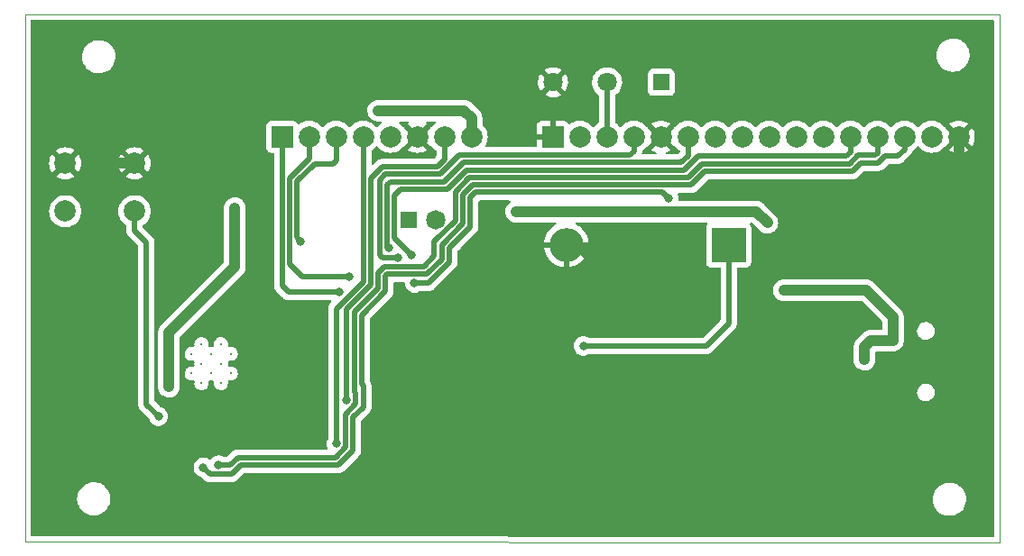
<source format=gbr>
%TF.GenerationSoftware,KiCad,Pcbnew,(6.0.8)*%
%TF.CreationDate,2022-12-01T23:18:13-05:00*%
%TF.ProjectId,HardwareDesign,48617264-7761-4726-9544-657369676e2e,1.0.*%
%TF.SameCoordinates,Original*%
%TF.FileFunction,Copper,L2,Bot*%
%TF.FilePolarity,Positive*%
%FSLAX46Y46*%
G04 Gerber Fmt 4.6, Leading zero omitted, Abs format (unit mm)*
G04 Created by KiCad (PCBNEW (6.0.8)) date 2022-12-01 23:18:13*
%MOMM*%
%LPD*%
G01*
G04 APERTURE LIST*
%TA.AperFunction,Profile*%
%ADD10C,0.100000*%
%TD*%
%TA.AperFunction,ComponentPad*%
%ADD11C,0.300000*%
%TD*%
%TA.AperFunction,ComponentPad*%
%ADD12R,1.524000X1.524000*%
%TD*%
%TA.AperFunction,ComponentPad*%
%ADD13C,1.824000*%
%TD*%
%TA.AperFunction,ComponentPad*%
%ADD14R,2.000000X2.000000*%
%TD*%
%TA.AperFunction,ComponentPad*%
%ADD15C,2.000000*%
%TD*%
%TA.AperFunction,ComponentPad*%
%ADD16C,1.800000*%
%TD*%
%TA.AperFunction,ComponentPad*%
%ADD17R,3.200000X3.200000*%
%TD*%
%TA.AperFunction,ComponentPad*%
%ADD18O,3.200000X3.200000*%
%TD*%
%TA.AperFunction,ViaPad*%
%ADD19C,0.800000*%
%TD*%
%TA.AperFunction,Conductor*%
%ADD20C,0.500000*%
%TD*%
%TA.AperFunction,Conductor*%
%ADD21C,1.000000*%
%TD*%
G04 APERTURE END LIST*
D10*
X119380000Y-74828400D02*
X119405400Y-124434600D01*
X119405400Y-124434600D02*
X210845400Y-124460000D01*
X210820000Y-74853800D02*
X119380000Y-74828400D01*
X210845400Y-124460000D02*
X210820000Y-74853800D01*
D11*
%TO.P,U2,39_10*%
%TO.N,N/C*%
X135025000Y-108597500D03*
%TO.P,U2,39_11*%
X135025000Y-106762500D03*
%TO.P,U2,39_12*%
X135942500Y-109515000D03*
%TO.P,U2,39_13*%
X135942500Y-107680000D03*
%TO.P,U2,39_14*%
X135942500Y-105845000D03*
%TO.P,U2,39_15*%
X136860000Y-108597500D03*
%TO.P,U2,39_16*%
X136860000Y-106762500D03*
%TO.P,U2,39_17*%
X137777500Y-109515000D03*
%TO.P,U2,39_18*%
X137777500Y-107680000D03*
%TO.P,U2,39_19*%
X137777500Y-105845000D03*
%TO.P,U2,39_20*%
X138695000Y-108597500D03*
%TO.P,U2,39_21*%
X138695000Y-106762500D03*
%TD*%
D12*
%TO.P,H1x2_1,1,1*%
%TO.N,Net-(H1x2_1-Pad1)*%
X155422600Y-94132400D03*
D13*
%TO.P,H1x2_1,2,2*%
%TO.N,Net-(H1x2_1-Pad2)*%
X157962600Y-94132400D03*
%TD*%
D14*
%TO.P,U4,1,VSS*%
%TO.N,GND*%
X168910000Y-86360000D03*
D15*
%TO.P,U4,2,VDD*%
%TO.N,5V*%
X171450000Y-86360000D03*
%TO.P,U4,3,VO*%
%TO.N,Net-(RV1-Pad2)*%
X173990000Y-86360000D03*
%TO.P,U4,4,RS*%
%TO.N,RS*%
X176530000Y-86360000D03*
%TO.P,U4,5,R/W*%
%TO.N,GND*%
X179070000Y-86360000D03*
%TO.P,U4,6,E*%
%TO.N,E*%
X181610000Y-86360000D03*
%TO.P,U4,7,DB0*%
%TO.N,unconnected-(U4-Pad7)*%
X184150000Y-86360000D03*
%TO.P,U4,8,DB1*%
%TO.N,unconnected-(U4-Pad8)*%
X186690000Y-86360000D03*
%TO.P,U4,9,DB2*%
%TO.N,unconnected-(U4-Pad9)*%
X189230000Y-86360000D03*
%TO.P,U4,10,DB3*%
%TO.N,unconnected-(U4-Pad10)*%
X191770000Y-86360000D03*
%TO.P,U4,11,DB4*%
%TO.N,DB4*%
X194310000Y-86360000D03*
%TO.P,U4,12,DB5*%
%TO.N,DB5*%
X196850000Y-86360000D03*
%TO.P,U4,13,DB6*%
%TO.N,DB6*%
X199390000Y-86360000D03*
%TO.P,U4,14,DB7*%
%TO.N,DB7*%
X201930000Y-86360000D03*
%TO.P,U4,15,A*%
%TO.N,Net-(R4-Pad2)*%
X204470000Y-86360000D03*
%TO.P,U4,16,K*%
%TO.N,GND*%
X207010000Y-86360000D03*
%TD*%
D14*
%TO.P,RFID1,1,SDA*%
%TO.N,SDA*%
X143510000Y-86360000D03*
D15*
%TO.P,RFID1,2,SCK*%
%TO.N,SCK*%
X146050000Y-86360000D03*
%TO.P,RFID1,3,MOSI*%
%TO.N,MOSI*%
X148590000Y-86360000D03*
%TO.P,RFID1,4,MISO*%
%TO.N,MISO*%
X151130000Y-86360000D03*
%TO.P,RFID1,5,IRQ*%
%TO.N,unconnected-(RFID1-Pad5)*%
X153670000Y-86360000D03*
%TO.P,RFID1,6,GND*%
%TO.N,GND*%
X156210000Y-86360000D03*
%TO.P,RFID1,7,RST*%
%TO.N,RST*%
X158750000Y-86360000D03*
%TO.P,RFID1,8,3.3V*%
%TO.N,3.3V*%
X161290000Y-86360000D03*
%TD*%
%TO.P,SW1,1,1*%
%TO.N,Net-(C1-Pad1)*%
X129665800Y-93359800D03*
X123165800Y-93359800D03*
%TO.P,SW1,2,2*%
%TO.N,GND*%
X129665800Y-88859800D03*
X123165800Y-88859800D03*
%TD*%
D12*
%TO.P,RV1,1,1*%
%TO.N,5V*%
X179095400Y-81254600D03*
D16*
%TO.P,RV1,2,2*%
%TO.N,Net-(RV1-Pad2)*%
X174015400Y-81254600D03*
%TO.P,RV1,3,3*%
%TO.N,GND*%
X168935400Y-81254600D03*
%TD*%
D17*
%TO.P,D1,1,K*%
%TO.N,Net-(D1-Pad1)*%
X185420000Y-96520000D03*
D18*
%TO.P,D1,2,A*%
%TO.N,GND*%
X170180000Y-96520000D03*
%TD*%
D19*
%TO.N,Net-(C1-Pad1)*%
X131900000Y-112625800D03*
%TO.N,GND*%
X128981200Y-112115600D03*
X177368200Y-102565200D03*
X208254600Y-97205800D03*
%TO.N,VCC*%
X200837800Y-105511600D03*
X190576200Y-100787200D03*
X198170800Y-107315000D03*
%TO.N,3.3V*%
X139065000Y-93040200D03*
X165481000Y-93395800D03*
X152527000Y-83896200D03*
X132892800Y-109855000D03*
X189052200Y-94462600D03*
%TO.N,Net-(D1-Pad1)*%
X171790000Y-106009800D03*
%TO.N,SDA*%
X148844000Y-100965000D03*
%TO.N,SCK*%
X149783800Y-99517200D03*
%TO.N,MOSI*%
X145262600Y-96164400D03*
%TO.N,MISO*%
X148615400Y-115189000D03*
%TO.N,RST*%
X149580600Y-111099600D03*
%TO.N,DB7*%
X136118600Y-117424200D03*
%TO.N,DB6*%
X137566400Y-117221000D03*
%TO.N,DB4*%
X179781200Y-92176600D03*
X155930600Y-100101500D03*
%TO.N,DB5*%
X155625800Y-97459800D03*
%TO.N,RS*%
X154381200Y-97688400D03*
%TO.N,E*%
X153510275Y-96824800D03*
%TD*%
D20*
%TO.N,Net-(C1-Pad1)*%
X129665800Y-95172600D02*
X129665800Y-93359800D01*
X131900000Y-112625800D02*
X130784600Y-111510400D01*
X130784600Y-96291400D02*
X129665800Y-95172600D01*
X130784600Y-111510400D02*
X130784600Y-96291400D01*
D21*
%TO.N,GND*%
X207010000Y-91440000D02*
X207010000Y-86360000D01*
X208254600Y-92684600D02*
X207010000Y-91440000D01*
X127395800Y-88859800D02*
X129665800Y-88859800D01*
X171323000Y-96520000D02*
X177368200Y-102565200D01*
X128981200Y-97866200D02*
X126034800Y-94919800D01*
X208254600Y-97205800D02*
X208254600Y-92684600D01*
X126034800Y-94919800D02*
X126034800Y-90220800D01*
X170180000Y-96520000D02*
X171323000Y-96520000D01*
X126034800Y-90220800D02*
X127395800Y-88859800D01*
X128981200Y-112115600D02*
X128981200Y-97866200D01*
%TO.N,VCC*%
X200837800Y-103301800D02*
X200837800Y-105511600D01*
X198755000Y-105511600D02*
X200837800Y-105511600D01*
X198170800Y-107315000D02*
X198170800Y-106095800D01*
X190576200Y-100787200D02*
X198323200Y-100787200D01*
X198170800Y-106095800D02*
X198755000Y-105511600D01*
X198323200Y-100787200D02*
X200837800Y-103301800D01*
%TO.N,3.3V*%
X152527000Y-83896200D02*
X160578800Y-83896200D01*
X137388600Y-100253800D02*
X132892800Y-104749600D01*
X139065000Y-93040200D02*
X139065000Y-98577400D01*
X160578800Y-83896200D02*
X161290000Y-84607400D01*
X187985400Y-93395800D02*
X189052200Y-94462600D01*
X165481000Y-93395800D02*
X187985400Y-93395800D01*
X139065000Y-98577400D02*
X137388600Y-100253800D01*
X161290000Y-84607400D02*
X161290000Y-86360000D01*
X132892800Y-104749600D02*
X132892800Y-109855000D01*
D20*
%TO.N,Net-(D1-Pad1)*%
X185420000Y-103911400D02*
X185420000Y-96520000D01*
X171799800Y-106019600D02*
X183311800Y-106019600D01*
X183311800Y-106019600D02*
X185420000Y-103911400D01*
X171790000Y-106009800D02*
X171799800Y-106019600D01*
%TO.N,SDA*%
X143510000Y-100330000D02*
X143510000Y-86360000D01*
X148844000Y-100965000D02*
X144145000Y-100965000D01*
X144145000Y-100965000D02*
X143510000Y-100330000D01*
%TO.N,SCK*%
X144210000Y-98312200D02*
X144210000Y-90282800D01*
X144210000Y-90282800D02*
X146050000Y-88442800D01*
X149783800Y-99517200D02*
X145415000Y-99517200D01*
X146050000Y-88442800D02*
X146050000Y-86360000D01*
X145415000Y-99517200D02*
X144210000Y-98312200D01*
%TO.N,MOSI*%
X144910000Y-95811800D02*
X144910000Y-90572750D01*
X144910000Y-90572750D02*
X146582750Y-88900000D01*
X145262600Y-96164400D02*
X144910000Y-95811800D01*
X148259800Y-88900000D02*
X148590000Y-88569800D01*
X146582750Y-88900000D02*
X148259800Y-88900000D01*
X148590000Y-88569800D02*
X148590000Y-86360000D01*
%TO.N,MISO*%
X151130000Y-99999800D02*
X151130000Y-86360000D01*
X148615400Y-115189000D02*
X148615400Y-102514400D01*
X148615400Y-102514400D02*
X151130000Y-99999800D01*
%TO.N,RST*%
X151830000Y-90297000D02*
X152947600Y-89179400D01*
X149580600Y-111099600D02*
X149580600Y-102539150D01*
X158064200Y-89179400D02*
X158750000Y-88493600D01*
X149580600Y-102539150D02*
X151830000Y-100289749D01*
X151830000Y-100289749D02*
X151830000Y-90297000D01*
X152947600Y-89179400D02*
X158064200Y-89179400D01*
X158750000Y-88493600D02*
X158750000Y-86360000D01*
%TO.N,Net-(RV1-Pad2)*%
X173990000Y-86360000D02*
X173990000Y-81305400D01*
X173990000Y-81305400D02*
X173939200Y-81254600D01*
X173736000Y-81280000D02*
X173786800Y-81280000D01*
%TO.N,DB7*%
X150179000Y-112710350D02*
X151130600Y-111758750D01*
X200090000Y-88173950D02*
X200090000Y-88138000D01*
X136118600Y-117424200D02*
X136765400Y-118071000D01*
X181908150Y-90887200D02*
X183206550Y-89588800D01*
X157117832Y-99252000D02*
X158484800Y-97885032D01*
X197825100Y-88812600D02*
X199451350Y-88812600D01*
X201930000Y-87528400D02*
X201930000Y-86360000D01*
X148812032Y-117184400D02*
X150179000Y-115817431D01*
X201320400Y-88138000D02*
X201930000Y-87528400D01*
X197048900Y-89588800D02*
X197825100Y-88812600D01*
X160485150Y-94525958D02*
X160485150Y-91799900D01*
X200090000Y-88138000D02*
X201320400Y-88138000D01*
X153230000Y-100869647D02*
X153230000Y-99426150D01*
X139659749Y-117184400D02*
X148812032Y-117184400D01*
X158484800Y-97885032D02*
X158484800Y-96526309D01*
X153230000Y-99426150D02*
X153404150Y-99252000D01*
X153404150Y-99252000D02*
X157117832Y-99252000D01*
X158484800Y-96526309D02*
X160485150Y-94525958D01*
X199451350Y-88812600D02*
X200090000Y-88173950D01*
X151130600Y-109725600D02*
X150980600Y-109575600D01*
X150980600Y-103119050D02*
X153230000Y-100869647D01*
X160485150Y-91799900D02*
X161397850Y-90887200D01*
X138773149Y-118071000D02*
X139659749Y-117184400D01*
X136765400Y-118071000D02*
X138773149Y-118071000D01*
X151130600Y-111758750D02*
X151130600Y-109725600D01*
X150980600Y-109575600D02*
X150980600Y-103119050D01*
X161397850Y-90887200D02*
X181908150Y-90887200D01*
X150179000Y-115817431D02*
X150179000Y-112710350D01*
X183206550Y-89588800D02*
X197048900Y-89588800D01*
%TO.N,DB6*%
X138633200Y-117221000D02*
X139369800Y-116484400D01*
X150280600Y-110312200D02*
X150280600Y-102829100D01*
X152530000Y-100579698D02*
X152530000Y-99136200D01*
X196758950Y-88888800D02*
X197535150Y-88112600D01*
X156827882Y-98552000D02*
X157784800Y-97595082D01*
X149479000Y-112420400D02*
X150430600Y-111468800D01*
X139369800Y-116484400D02*
X148522082Y-116484400D01*
X161107900Y-90187200D02*
X181618200Y-90187200D01*
X150430600Y-110462200D02*
X150280600Y-110312200D01*
X157784800Y-96236359D02*
X159785150Y-94236009D01*
X159785150Y-94236009D02*
X159785150Y-91509950D01*
X199161400Y-88112600D02*
X199390000Y-87884000D01*
X152530000Y-99136200D02*
X153114200Y-98552000D01*
X199390000Y-87884000D02*
X199390000Y-86360000D01*
X150280600Y-102829100D02*
X152530000Y-100579698D01*
X157784800Y-97595082D02*
X157784800Y-96236359D01*
X159785150Y-91509950D02*
X161107900Y-90187200D01*
X137566400Y-117221000D02*
X138633200Y-117221000D01*
X182916600Y-88888800D02*
X196758950Y-88888800D01*
X149479000Y-115527482D02*
X149479000Y-112420400D01*
X197535150Y-88112600D02*
X199161400Y-88112600D01*
X150430600Y-111468800D02*
X150430600Y-110462200D01*
X153114200Y-98552000D02*
X156827882Y-98552000D01*
X148522082Y-116484400D02*
X149479000Y-115527482D01*
X181618200Y-90187200D02*
X182916600Y-88888800D01*
%TO.N,DB4*%
X179191800Y-91587200D02*
X179781200Y-92176600D01*
X161687800Y-91587200D02*
X179191800Y-91587200D01*
X159229830Y-96771229D02*
X161185150Y-94815907D01*
X155930600Y-100101500D02*
X157258282Y-100101500D01*
X161185150Y-94815907D02*
X161185150Y-92089850D01*
X157258282Y-100101500D02*
X159229830Y-98129952D01*
X159229830Y-98129952D02*
X159229830Y-96771229D01*
X161185150Y-92089850D02*
X161687800Y-91587200D01*
%TO.N,DB5*%
X196875400Y-87782400D02*
X196875400Y-86385400D01*
X196469000Y-88188800D02*
X196875400Y-87782400D01*
X154673300Y-91284675D02*
X159020475Y-91284675D01*
X160817950Y-89487200D02*
X181251400Y-89487200D01*
X155625800Y-97459800D02*
X154060775Y-95894775D01*
X181251400Y-89487200D02*
X182549800Y-88188800D01*
X154060775Y-91897200D02*
X154673300Y-91284675D01*
X154060775Y-95894775D02*
X154060775Y-91897200D01*
X182549800Y-88188800D02*
X196469000Y-88188800D01*
X196875400Y-86385400D02*
X196850000Y-86360000D01*
X159020475Y-91284675D02*
X160817950Y-89487200D01*
%TO.N,RS*%
X154381200Y-97688400D02*
X152908000Y-97688400D01*
X160146349Y-88087200D02*
X176149000Y-88087200D01*
X152908000Y-97688400D02*
X152660775Y-97441175D01*
X153232275Y-89884675D02*
X158348875Y-89884675D01*
X158348875Y-89884675D02*
X160146349Y-88087200D01*
X176149000Y-88087200D02*
X176530000Y-87706200D01*
X176530000Y-87706200D02*
X176530000Y-86360000D01*
X152660775Y-90456175D02*
X153232275Y-89884675D01*
X152660775Y-97441175D02*
X152660775Y-90456175D01*
%TO.N,E*%
X153687125Y-90584675D02*
X158730525Y-90584675D01*
X153510275Y-96824800D02*
X153360775Y-96675300D01*
X160528000Y-88787200D02*
X180960800Y-88787200D01*
X181610000Y-88138000D02*
X181610000Y-86360000D01*
X180960800Y-88787200D02*
X181610000Y-88138000D01*
X153360775Y-90911025D02*
X153687125Y-90584675D01*
X153360775Y-96675300D02*
X153360775Y-90911025D01*
X158730525Y-90584675D02*
X160528000Y-88787200D01*
%TD*%
%TA.AperFunction,Conductor*%
%TO.N,GND*%
G36*
X210185859Y-75362124D02*
G01*
X210253974Y-75382145D01*
X210300452Y-75435814D01*
X210311824Y-75488059D01*
X210336575Y-123825259D01*
X210316608Y-123893390D01*
X210262976Y-123939911D01*
X210210540Y-123951324D01*
X120039541Y-123926276D01*
X119971426Y-123906255D01*
X119924948Y-123852586D01*
X119913576Y-123800341D01*
X119911848Y-120425168D01*
X124268982Y-120425168D01*
X124297808Y-120674299D01*
X124299187Y-120679173D01*
X124299188Y-120679177D01*
X124352501Y-120867581D01*
X124366094Y-120915617D01*
X124368228Y-120920192D01*
X124368230Y-120920199D01*
X124452712Y-121101370D01*
X124472084Y-121142913D01*
X124474926Y-121147094D01*
X124474926Y-121147095D01*
X124610205Y-121346152D01*
X124610208Y-121346156D01*
X124613051Y-121350339D01*
X124616528Y-121354016D01*
X124616529Y-121354017D01*
X124716838Y-121460091D01*
X124785367Y-121532559D01*
X124789393Y-121535637D01*
X124789394Y-121535638D01*
X124980581Y-121681812D01*
X124980585Y-121681815D01*
X124984601Y-121684885D01*
X125205626Y-121803397D01*
X125210407Y-121805043D01*
X125210411Y-121805045D01*
X125357945Y-121855845D01*
X125442756Y-121885048D01*
X125546289Y-121902931D01*
X125685980Y-121927060D01*
X125685986Y-121927061D01*
X125689890Y-121927735D01*
X125693851Y-121927915D01*
X125693852Y-121927915D01*
X125718531Y-121929036D01*
X125718550Y-121929036D01*
X125719950Y-121929100D01*
X125894615Y-121929100D01*
X125897123Y-121928898D01*
X125897128Y-121928898D01*
X126076544Y-121914463D01*
X126076549Y-121914462D01*
X126081585Y-121914057D01*
X126086493Y-121912852D01*
X126086496Y-121912851D01*
X126320225Y-121855441D01*
X126325139Y-121854234D01*
X126329791Y-121852259D01*
X126329795Y-121852258D01*
X126551341Y-121758217D01*
X126551342Y-121758217D01*
X126555996Y-121756241D01*
X126768215Y-121622600D01*
X126956338Y-121456747D01*
X127115524Y-121262951D01*
X127241678Y-121046196D01*
X127331555Y-120812061D01*
X127371194Y-120622321D01*
X127381806Y-120571521D01*
X127382841Y-120566567D01*
X127386955Y-120475968D01*
X204583782Y-120475968D01*
X204612608Y-120725099D01*
X204613987Y-120729973D01*
X204613988Y-120729977D01*
X204679516Y-120961548D01*
X204680894Y-120966417D01*
X204683028Y-120970992D01*
X204683030Y-120970999D01*
X204784747Y-121189131D01*
X204786884Y-121193713D01*
X204789726Y-121197894D01*
X204789726Y-121197895D01*
X204925005Y-121396952D01*
X204925008Y-121396956D01*
X204927851Y-121401139D01*
X204931328Y-121404816D01*
X204931329Y-121404817D01*
X205031638Y-121510891D01*
X205100167Y-121583359D01*
X205104193Y-121586437D01*
X205104194Y-121586438D01*
X205295381Y-121732612D01*
X205295385Y-121732615D01*
X205299401Y-121735685D01*
X205520426Y-121854197D01*
X205525207Y-121855843D01*
X205525211Y-121855845D01*
X205750938Y-121933569D01*
X205757556Y-121935848D01*
X205861089Y-121953731D01*
X206000780Y-121977860D01*
X206000786Y-121977861D01*
X206004690Y-121978535D01*
X206008651Y-121978715D01*
X206008652Y-121978715D01*
X206033331Y-121979836D01*
X206033350Y-121979836D01*
X206034750Y-121979900D01*
X206209415Y-121979900D01*
X206211923Y-121979698D01*
X206211928Y-121979698D01*
X206391344Y-121965263D01*
X206391349Y-121965262D01*
X206396385Y-121964857D01*
X206401293Y-121963652D01*
X206401296Y-121963651D01*
X206635025Y-121906241D01*
X206639939Y-121905034D01*
X206644591Y-121903059D01*
X206644595Y-121903058D01*
X206866141Y-121809017D01*
X206866142Y-121809017D01*
X206870796Y-121807041D01*
X207083015Y-121673400D01*
X207271138Y-121507547D01*
X207430324Y-121313751D01*
X207556478Y-121096996D01*
X207574300Y-121050570D01*
X207644543Y-120867581D01*
X207646355Y-120862861D01*
X207697641Y-120617367D01*
X207700178Y-120561512D01*
X207704062Y-120475968D01*
X207709018Y-120366832D01*
X207680192Y-120117701D01*
X207667242Y-120071934D01*
X207613284Y-119881252D01*
X207613283Y-119881250D01*
X207611906Y-119876383D01*
X207609772Y-119871808D01*
X207609770Y-119871801D01*
X207508053Y-119653669D01*
X207508051Y-119653665D01*
X207505916Y-119649087D01*
X207468550Y-119594105D01*
X207367795Y-119445848D01*
X207367792Y-119445844D01*
X207364949Y-119441661D01*
X207264325Y-119335253D01*
X207196113Y-119263121D01*
X207192633Y-119259441D01*
X207131003Y-119212321D01*
X206997419Y-119110188D01*
X206997415Y-119110185D01*
X206993399Y-119107115D01*
X206772374Y-118988603D01*
X206767593Y-118986957D01*
X206767589Y-118986955D01*
X206540033Y-118908601D01*
X206535244Y-118906952D01*
X206419536Y-118886966D01*
X206292020Y-118864940D01*
X206292014Y-118864939D01*
X206288110Y-118864265D01*
X206284149Y-118864085D01*
X206284148Y-118864085D01*
X206259469Y-118862964D01*
X206259450Y-118862964D01*
X206258050Y-118862900D01*
X206083385Y-118862900D01*
X206080877Y-118863102D01*
X206080872Y-118863102D01*
X205901456Y-118877537D01*
X205901451Y-118877538D01*
X205896415Y-118877943D01*
X205891507Y-118879148D01*
X205891504Y-118879149D01*
X205659726Y-118936080D01*
X205652861Y-118937766D01*
X205648209Y-118939741D01*
X205648205Y-118939742D01*
X205527461Y-118990995D01*
X205422004Y-119035759D01*
X205209785Y-119169400D01*
X205021662Y-119335253D01*
X204862476Y-119529049D01*
X204736322Y-119745804D01*
X204646445Y-119979939D01*
X204645412Y-119984885D01*
X204645410Y-119984891D01*
X204605772Y-120174633D01*
X204595159Y-120225433D01*
X204583782Y-120475968D01*
X127386955Y-120475968D01*
X127394218Y-120316032D01*
X127365392Y-120066901D01*
X127340785Y-119979939D01*
X127298484Y-119830452D01*
X127298483Y-119830450D01*
X127297106Y-119825583D01*
X127294972Y-119821008D01*
X127294970Y-119821001D01*
X127193253Y-119602869D01*
X127193251Y-119602865D01*
X127191116Y-119598287D01*
X127141405Y-119525139D01*
X127052995Y-119395048D01*
X127052992Y-119395044D01*
X127050149Y-119390861D01*
X126949525Y-119284453D01*
X126881313Y-119212321D01*
X126877833Y-119208641D01*
X126822982Y-119166704D01*
X126682619Y-119059388D01*
X126682615Y-119059385D01*
X126678599Y-119056315D01*
X126457574Y-118937803D01*
X126452793Y-118936157D01*
X126452789Y-118936155D01*
X126225233Y-118857801D01*
X126220444Y-118856152D01*
X126116911Y-118838269D01*
X125977220Y-118814140D01*
X125977214Y-118814139D01*
X125973310Y-118813465D01*
X125969349Y-118813285D01*
X125969348Y-118813285D01*
X125944669Y-118812164D01*
X125944650Y-118812164D01*
X125943250Y-118812100D01*
X125768585Y-118812100D01*
X125766077Y-118812302D01*
X125766072Y-118812302D01*
X125586656Y-118826737D01*
X125586651Y-118826738D01*
X125581615Y-118827143D01*
X125576707Y-118828348D01*
X125576704Y-118828349D01*
X125435779Y-118862964D01*
X125338061Y-118886966D01*
X125333409Y-118888941D01*
X125333405Y-118888942D01*
X125212661Y-118940195D01*
X125107204Y-118984959D01*
X124894985Y-119118600D01*
X124706862Y-119284453D01*
X124547676Y-119478249D01*
X124421522Y-119695004D01*
X124419709Y-119699727D01*
X124419708Y-119699729D01*
X124402021Y-119745804D01*
X124331645Y-119929139D01*
X124280359Y-120174633D01*
X124280130Y-120179682D01*
X124280129Y-120179688D01*
X124274934Y-120294106D01*
X124268982Y-120425168D01*
X119911848Y-120425168D01*
X119910311Y-117424200D01*
X135205096Y-117424200D01*
X135225058Y-117614128D01*
X135284073Y-117795756D01*
X135379560Y-117961144D01*
X135507347Y-118103066D01*
X135661848Y-118215318D01*
X135667876Y-118218002D01*
X135667878Y-118218003D01*
X135830281Y-118290309D01*
X135836312Y-118292994D01*
X135842767Y-118294366D01*
X135842776Y-118294369D01*
X135899372Y-118306399D01*
X135962269Y-118340550D01*
X136181630Y-118559911D01*
X136194016Y-118574323D01*
X136202549Y-118585918D01*
X136202554Y-118585923D01*
X136206892Y-118591818D01*
X136212470Y-118596557D01*
X136212473Y-118596560D01*
X136247168Y-118626035D01*
X136254684Y-118632965D01*
X136260379Y-118638660D01*
X136263261Y-118640940D01*
X136282651Y-118656281D01*
X136286055Y-118659072D01*
X136336103Y-118701591D01*
X136341685Y-118706333D01*
X136348201Y-118709661D01*
X136353250Y-118713028D01*
X136358379Y-118716195D01*
X136364116Y-118720734D01*
X136430275Y-118751655D01*
X136434169Y-118753558D01*
X136499208Y-118786769D01*
X136506316Y-118788508D01*
X136511959Y-118790607D01*
X136517722Y-118792524D01*
X136524350Y-118795622D01*
X136531512Y-118797112D01*
X136531513Y-118797112D01*
X136595812Y-118810486D01*
X136600096Y-118811456D01*
X136671010Y-118828808D01*
X136676612Y-118829156D01*
X136676615Y-118829156D01*
X136682164Y-118829500D01*
X136682162Y-118829536D01*
X136686155Y-118829775D01*
X136690347Y-118830149D01*
X136697515Y-118831640D01*
X136774920Y-118829546D01*
X136778328Y-118829500D01*
X138706079Y-118829500D01*
X138725029Y-118830933D01*
X138739264Y-118833099D01*
X138739268Y-118833099D01*
X138746498Y-118834199D01*
X138753790Y-118833606D01*
X138753793Y-118833606D01*
X138799167Y-118829915D01*
X138809382Y-118829500D01*
X138817442Y-118829500D01*
X138834829Y-118827473D01*
X138845656Y-118826211D01*
X138850031Y-118825778D01*
X138915488Y-118820454D01*
X138915491Y-118820453D01*
X138922786Y-118819860D01*
X138929750Y-118817604D01*
X138935709Y-118816413D01*
X138941564Y-118815029D01*
X138948830Y-118814182D01*
X139017476Y-118789265D01*
X139021604Y-118787848D01*
X139084085Y-118767607D01*
X139084087Y-118767606D01*
X139091048Y-118765351D01*
X139097303Y-118761555D01*
X139102777Y-118759049D01*
X139108207Y-118756330D01*
X139115086Y-118753833D01*
X139121207Y-118749820D01*
X139176125Y-118713814D01*
X139179829Y-118711477D01*
X139242256Y-118673595D01*
X139250633Y-118666197D01*
X139250657Y-118666224D01*
X139253649Y-118663571D01*
X139256882Y-118660868D01*
X139263001Y-118656856D01*
X139316277Y-118600617D01*
X139318655Y-118598175D01*
X139937025Y-117979805D01*
X139999337Y-117945779D01*
X140026120Y-117942900D01*
X148744963Y-117942900D01*
X148763911Y-117944333D01*
X148771252Y-117945450D01*
X148778149Y-117946499D01*
X148778151Y-117946499D01*
X148785381Y-117947599D01*
X148792673Y-117947006D01*
X148792676Y-117947006D01*
X148838050Y-117943315D01*
X148848265Y-117942900D01*
X148856325Y-117942900D01*
X148869615Y-117941351D01*
X148884539Y-117939611D01*
X148888914Y-117939178D01*
X148954371Y-117933854D01*
X148954374Y-117933853D01*
X148961669Y-117933260D01*
X148968633Y-117931004D01*
X148974592Y-117929813D01*
X148980447Y-117928429D01*
X148987713Y-117927582D01*
X149056359Y-117902665D01*
X149060487Y-117901248D01*
X149122968Y-117881007D01*
X149122970Y-117881006D01*
X149129931Y-117878751D01*
X149136186Y-117874955D01*
X149141660Y-117872449D01*
X149147090Y-117869730D01*
X149153969Y-117867233D01*
X149215016Y-117827209D01*
X149218705Y-117824882D01*
X149238897Y-117812629D01*
X149276339Y-117789909D01*
X149276344Y-117789905D01*
X149281140Y-117786995D01*
X149289516Y-117779597D01*
X149289539Y-117779623D01*
X149292528Y-117776974D01*
X149295762Y-117774270D01*
X149301884Y-117770256D01*
X149355143Y-117714035D01*
X149357520Y-117711593D01*
X150667911Y-116401201D01*
X150682323Y-116388815D01*
X150693918Y-116380282D01*
X150693923Y-116380277D01*
X150699818Y-116375939D01*
X150704557Y-116370361D01*
X150704560Y-116370358D01*
X150734035Y-116335663D01*
X150740965Y-116328147D01*
X150746660Y-116322452D01*
X150764281Y-116300180D01*
X150767072Y-116296776D01*
X150809591Y-116246728D01*
X150809592Y-116246726D01*
X150814333Y-116241146D01*
X150817661Y-116234630D01*
X150821028Y-116229581D01*
X150824195Y-116224452D01*
X150828734Y-116218715D01*
X150859655Y-116152556D01*
X150861561Y-116148656D01*
X150894769Y-116083623D01*
X150896508Y-116076515D01*
X150898607Y-116070872D01*
X150900524Y-116065109D01*
X150903622Y-116058481D01*
X150918487Y-115987014D01*
X150919457Y-115982730D01*
X150925998Y-115955998D01*
X150936808Y-115911821D01*
X150937500Y-115900667D01*
X150937536Y-115900669D01*
X150937775Y-115896676D01*
X150938149Y-115892484D01*
X150939640Y-115885316D01*
X150937546Y-115807910D01*
X150937500Y-115804503D01*
X150937500Y-113076721D01*
X150957502Y-113008600D01*
X150974405Y-112987626D01*
X151619511Y-112342520D01*
X151633923Y-112330134D01*
X151645518Y-112321601D01*
X151645523Y-112321596D01*
X151651418Y-112317258D01*
X151656157Y-112311680D01*
X151656160Y-112311677D01*
X151685635Y-112276982D01*
X151692565Y-112269466D01*
X151698261Y-112263770D01*
X151700524Y-112260909D01*
X151700529Y-112260904D01*
X151715885Y-112241494D01*
X151718674Y-112238092D01*
X151761196Y-112188041D01*
X151761197Y-112188040D01*
X151765933Y-112182465D01*
X151769261Y-112175948D01*
X151772627Y-112170900D01*
X151775790Y-112165778D01*
X151780335Y-112160034D01*
X151811264Y-112093855D01*
X151813163Y-112089971D01*
X151846369Y-112024942D01*
X151848110Y-112017827D01*
X151850213Y-112012172D01*
X151852122Y-112006433D01*
X151855222Y-111999800D01*
X151870091Y-111928315D01*
X151871061Y-111924032D01*
X151888408Y-111853140D01*
X151889100Y-111841986D01*
X151889135Y-111841988D01*
X151889375Y-111838016D01*
X151889752Y-111833795D01*
X151891241Y-111826635D01*
X151889146Y-111749208D01*
X151889100Y-111745800D01*
X151889100Y-110335998D01*
X203094392Y-110335998D01*
X203094749Y-110342815D01*
X203094749Y-110342819D01*
X203099651Y-110436339D01*
X203103870Y-110516847D01*
X203105681Y-110523420D01*
X203105681Y-110523423D01*
X203129051Y-110608266D01*
X203151961Y-110691441D01*
X203236422Y-110851636D01*
X203240827Y-110856849D01*
X203240830Y-110856853D01*
X203348906Y-110984743D01*
X203348910Y-110984747D01*
X203353313Y-110989957D01*
X203358737Y-110994104D01*
X203358738Y-110994105D01*
X203491757Y-111095806D01*
X203491761Y-111095809D01*
X203497178Y-111099950D01*
X203583872Y-111140376D01*
X203655131Y-111173605D01*
X203655134Y-111173606D01*
X203661308Y-111176485D01*
X203667956Y-111177971D01*
X203667959Y-111177972D01*
X203773921Y-111201657D01*
X203838043Y-111215990D01*
X203843588Y-111216300D01*
X203976744Y-111216300D01*
X204111537Y-111201657D01*
X204229690Y-111161894D01*
X204276704Y-111146072D01*
X204276706Y-111146071D01*
X204283175Y-111143894D01*
X204438405Y-111050623D01*
X204443362Y-111045935D01*
X204443365Y-111045933D01*
X204565027Y-110930882D01*
X204565029Y-110930880D01*
X204569985Y-110926193D01*
X204573817Y-110920555D01*
X204573820Y-110920551D01*
X204667942Y-110782055D01*
X204671777Y-110776412D01*
X204739030Y-110608266D01*
X204740144Y-110601538D01*
X204740145Y-110601534D01*
X204767493Y-110436339D01*
X204767493Y-110436336D01*
X204768608Y-110429602D01*
X204768217Y-110422123D01*
X204759487Y-110255566D01*
X204759130Y-110248753D01*
X204738077Y-110172318D01*
X204712852Y-110080741D01*
X204711039Y-110074159D01*
X204626578Y-109913964D01*
X204622173Y-109908751D01*
X204622170Y-109908747D01*
X204514094Y-109780857D01*
X204514090Y-109780853D01*
X204509687Y-109775643D01*
X204504262Y-109771495D01*
X204371243Y-109669794D01*
X204371239Y-109669791D01*
X204365822Y-109665650D01*
X204260686Y-109616625D01*
X204207869Y-109591995D01*
X204207866Y-109591994D01*
X204201692Y-109589115D01*
X204195044Y-109587629D01*
X204195041Y-109587628D01*
X204029994Y-109550736D01*
X204029995Y-109550736D01*
X204024957Y-109549610D01*
X204019412Y-109549300D01*
X203886256Y-109549300D01*
X203751463Y-109563943D01*
X203668109Y-109591995D01*
X203586296Y-109619528D01*
X203586294Y-109619529D01*
X203579825Y-109621706D01*
X203424595Y-109714977D01*
X203419638Y-109719665D01*
X203419635Y-109719667D01*
X203310939Y-109822457D01*
X203293015Y-109839407D01*
X203289183Y-109845045D01*
X203289180Y-109845049D01*
X203208344Y-109963996D01*
X203191223Y-109989188D01*
X203123970Y-110157334D01*
X203122856Y-110164062D01*
X203122855Y-110164066D01*
X203107038Y-110259608D01*
X203094392Y-110335998D01*
X151889100Y-110335998D01*
X151889100Y-109792670D01*
X151890533Y-109773720D01*
X151892699Y-109759485D01*
X151892699Y-109759481D01*
X151893799Y-109752251D01*
X151889515Y-109699582D01*
X151889100Y-109689367D01*
X151889100Y-109681307D01*
X151886939Y-109662768D01*
X151885811Y-109653093D01*
X151885378Y-109648718D01*
X151880054Y-109583261D01*
X151880053Y-109583258D01*
X151879460Y-109575963D01*
X151877204Y-109568999D01*
X151876013Y-109563040D01*
X151874629Y-109557185D01*
X151873782Y-109549919D01*
X151848865Y-109481273D01*
X151847448Y-109477145D01*
X151827207Y-109414664D01*
X151827206Y-109414662D01*
X151824951Y-109407701D01*
X151821155Y-109401446D01*
X151818649Y-109395972D01*
X151815930Y-109390542D01*
X151813433Y-109383663D01*
X151795803Y-109356772D01*
X151773415Y-109322626D01*
X151771066Y-109318903D01*
X151757380Y-109296348D01*
X151739100Y-109230985D01*
X151739100Y-103485422D01*
X151759102Y-103417301D01*
X151776004Y-103396327D01*
X153718914Y-101453414D01*
X153733327Y-101441027D01*
X153744923Y-101432493D01*
X153750818Y-101428155D01*
X153755557Y-101422577D01*
X153755560Y-101422574D01*
X153785035Y-101387879D01*
X153791965Y-101380363D01*
X153797661Y-101374667D01*
X153815304Y-101352367D01*
X153818076Y-101348987D01*
X153819855Y-101346894D01*
X153865333Y-101293362D01*
X153868664Y-101286839D01*
X153872006Y-101281827D01*
X153875187Y-101276677D01*
X153879734Y-101270930D01*
X153910628Y-101204828D01*
X153912556Y-101200882D01*
X153942441Y-101142357D01*
X153942442Y-101142355D01*
X153945769Y-101135839D01*
X153947508Y-101128731D01*
X153949597Y-101123115D01*
X153951522Y-101117330D01*
X153954622Y-101110696D01*
X153969485Y-101039239D01*
X153970456Y-101034949D01*
X153985941Y-100971666D01*
X153987808Y-100964037D01*
X153988500Y-100952883D01*
X153988536Y-100952885D01*
X153988775Y-100948895D01*
X153989150Y-100944697D01*
X153990640Y-100937532D01*
X153988546Y-100860126D01*
X153988500Y-100856719D01*
X153988500Y-100136500D01*
X154008502Y-100068379D01*
X154062158Y-100021886D01*
X154114500Y-100010500D01*
X154894080Y-100010500D01*
X154962201Y-100030502D01*
X155008694Y-100084158D01*
X155019390Y-100123329D01*
X155034063Y-100262930D01*
X155037058Y-100291428D01*
X155096073Y-100473056D01*
X155099376Y-100478778D01*
X155099377Y-100478779D01*
X155107227Y-100492376D01*
X155191560Y-100638444D01*
X155195978Y-100643351D01*
X155195979Y-100643352D01*
X155286886Y-100744314D01*
X155319347Y-100780366D01*
X155371625Y-100818348D01*
X155468504Y-100888735D01*
X155473848Y-100892618D01*
X155479876Y-100895302D01*
X155479878Y-100895303D01*
X155621669Y-100958432D01*
X155648312Y-100970294D01*
X155741712Y-100990147D01*
X155828656Y-101008628D01*
X155828661Y-101008628D01*
X155835113Y-101010000D01*
X156026087Y-101010000D01*
X156032539Y-101008628D01*
X156032544Y-101008628D01*
X156119488Y-100990147D01*
X156212888Y-100970294D01*
X156239531Y-100958432D01*
X156381322Y-100895303D01*
X156381324Y-100895302D01*
X156387352Y-100892618D01*
X156392691Y-100888739D01*
X156392698Y-100888735D01*
X156399128Y-100884063D01*
X156473187Y-100860000D01*
X157191212Y-100860000D01*
X157210162Y-100861433D01*
X157224397Y-100863599D01*
X157224401Y-100863599D01*
X157231631Y-100864699D01*
X157238923Y-100864106D01*
X157238926Y-100864106D01*
X157284300Y-100860415D01*
X157294515Y-100860000D01*
X157302575Y-100860000D01*
X157316076Y-100858426D01*
X157330789Y-100856711D01*
X157335164Y-100856278D01*
X157400621Y-100850954D01*
X157400624Y-100850953D01*
X157407919Y-100850360D01*
X157414883Y-100848104D01*
X157420842Y-100846913D01*
X157426697Y-100845529D01*
X157433963Y-100844682D01*
X157502609Y-100819765D01*
X157506737Y-100818348D01*
X157569218Y-100798107D01*
X157569220Y-100798106D01*
X157576181Y-100795851D01*
X157582436Y-100792055D01*
X157587910Y-100789549D01*
X157593340Y-100786830D01*
X157600219Y-100784333D01*
X157613760Y-100775455D01*
X157661258Y-100744314D01*
X157664962Y-100741977D01*
X157727389Y-100704095D01*
X157735766Y-100696697D01*
X157735790Y-100696724D01*
X157738782Y-100694071D01*
X157742015Y-100691368D01*
X157748134Y-100687356D01*
X157801410Y-100631117D01*
X157803788Y-100628675D01*
X159718741Y-98713722D01*
X159733153Y-98701336D01*
X159744748Y-98692803D01*
X159744753Y-98692798D01*
X159750648Y-98688460D01*
X159755387Y-98682882D01*
X159755390Y-98682879D01*
X159784865Y-98648184D01*
X159791795Y-98640668D01*
X159797490Y-98634973D01*
X159806206Y-98623956D01*
X159815111Y-98612701D01*
X159817902Y-98609297D01*
X159860421Y-98559249D01*
X159860422Y-98559247D01*
X159865163Y-98553667D01*
X159868491Y-98547151D01*
X159871858Y-98542102D01*
X159875025Y-98536973D01*
X159879564Y-98531236D01*
X159910485Y-98465077D01*
X159912391Y-98461177D01*
X159938314Y-98410410D01*
X159945599Y-98396144D01*
X159947338Y-98389036D01*
X159949437Y-98383393D01*
X159951354Y-98377630D01*
X159954452Y-98371002D01*
X159969317Y-98299535D01*
X159970287Y-98295251D01*
X159986303Y-98229797D01*
X159987638Y-98224342D01*
X159988330Y-98213188D01*
X159988366Y-98213190D01*
X159988605Y-98209197D01*
X159988979Y-98205005D01*
X159990470Y-98197837D01*
X159988376Y-98120431D01*
X159988330Y-98117024D01*
X159988330Y-97137601D01*
X160008332Y-97069480D01*
X160025234Y-97048506D01*
X160286311Y-96787429D01*
X168084359Y-96787429D01*
X168084562Y-96789034D01*
X168138246Y-97062664D01*
X168140457Y-97070916D01*
X168230782Y-97334736D01*
X168234097Y-97342621D01*
X168359389Y-97591736D01*
X168363745Y-97599102D01*
X168521687Y-97828907D01*
X168526995Y-97835605D01*
X168714670Y-98041858D01*
X168720841Y-98047775D01*
X168934761Y-98226641D01*
X168941693Y-98231676D01*
X169177895Y-98379846D01*
X169185446Y-98383895D01*
X169439581Y-98498640D01*
X169447612Y-98501627D01*
X169714967Y-98580822D01*
X169723318Y-98582689D01*
X169908090Y-98610962D01*
X169921877Y-98609107D01*
X169926000Y-98595298D01*
X169926000Y-98594560D01*
X170434000Y-98594560D01*
X170438105Y-98608542D01*
X170451271Y-98610585D01*
X170571658Y-98596016D01*
X170580075Y-98594411D01*
X170849786Y-98523654D01*
X170857902Y-98520923D01*
X171115521Y-98414213D01*
X171123183Y-98410410D01*
X171363943Y-98269721D01*
X171371008Y-98264920D01*
X171590451Y-98092854D01*
X171596807Y-98087131D01*
X171790861Y-97886882D01*
X171796381Y-97880351D01*
X171961464Y-97655617D01*
X171966048Y-97648393D01*
X172099099Y-97403346D01*
X172102667Y-97395553D01*
X172201227Y-97134721D01*
X172203704Y-97126515D01*
X172265953Y-96854720D01*
X172267294Y-96846257D01*
X172272132Y-96792044D01*
X172269161Y-96777125D01*
X172257354Y-96774000D01*
X170452115Y-96774000D01*
X170436876Y-96778475D01*
X170435671Y-96779865D01*
X170434000Y-96787548D01*
X170434000Y-98594560D01*
X169926000Y-98594560D01*
X169926000Y-96792115D01*
X169921525Y-96776876D01*
X169920135Y-96775671D01*
X169912452Y-96774000D01*
X168101226Y-96774000D01*
X168086041Y-96778459D01*
X168084359Y-96787429D01*
X160286311Y-96787429D01*
X161674064Y-95399674D01*
X161688477Y-95387287D01*
X161700073Y-95378753D01*
X161705968Y-95374415D01*
X161710707Y-95368837D01*
X161710710Y-95368834D01*
X161740185Y-95334139D01*
X161747115Y-95326623D01*
X161752810Y-95320928D01*
X161763342Y-95307616D01*
X161770431Y-95298656D01*
X161773222Y-95295252D01*
X161815741Y-95245204D01*
X161815742Y-95245202D01*
X161820483Y-95239622D01*
X161823811Y-95233106D01*
X161827178Y-95228057D01*
X161830345Y-95222928D01*
X161834884Y-95217191D01*
X161865805Y-95151032D01*
X161867711Y-95147132D01*
X161888954Y-95105530D01*
X161900919Y-95082099D01*
X161902658Y-95074991D01*
X161904757Y-95069348D01*
X161906674Y-95063585D01*
X161909772Y-95056957D01*
X161912858Y-95042123D01*
X161924636Y-94985495D01*
X161925607Y-94981206D01*
X161941623Y-94915752D01*
X161942958Y-94910297D01*
X161943650Y-94899143D01*
X161943686Y-94899145D01*
X161943925Y-94895152D01*
X161944299Y-94890960D01*
X161945790Y-94883792D01*
X161943696Y-94806402D01*
X161943650Y-94802994D01*
X161943650Y-92471700D01*
X161963652Y-92403579D01*
X162017308Y-92357086D01*
X162069650Y-92345700D01*
X164818977Y-92345700D01*
X164887098Y-92365702D01*
X164933591Y-92419358D01*
X164943695Y-92489632D01*
X164914201Y-92554212D01*
X164898613Y-92569343D01*
X164776892Y-92668617D01*
X164766938Y-92676735D01*
X164763011Y-92681482D01*
X164763009Y-92681484D01*
X164644799Y-92824375D01*
X164644797Y-92824379D01*
X164640870Y-92829125D01*
X164546802Y-93003099D01*
X164488318Y-93192032D01*
X164487674Y-93198157D01*
X164487674Y-93198158D01*
X164481166Y-93260084D01*
X164467645Y-93388725D01*
X164485570Y-93585688D01*
X164541410Y-93775419D01*
X164544263Y-93780877D01*
X164544265Y-93780881D01*
X164550275Y-93792377D01*
X164633040Y-93950690D01*
X164756968Y-94104825D01*
X164908474Y-94231954D01*
X164913872Y-94234921D01*
X164913877Y-94234925D01*
X165000106Y-94282329D01*
X165081787Y-94327233D01*
X165087654Y-94329094D01*
X165087656Y-94329095D01*
X165264436Y-94385173D01*
X165270306Y-94387035D01*
X165424227Y-94404300D01*
X169154297Y-94404300D01*
X169222418Y-94424302D01*
X169268911Y-94477958D01*
X169279015Y-94548232D01*
X169249521Y-94612812D01*
X169219003Y-94638416D01*
X168977806Y-94782768D01*
X168970777Y-94787653D01*
X168753153Y-94962004D01*
X168746864Y-94967787D01*
X168554913Y-95170061D01*
X168549460Y-95176654D01*
X168386747Y-95403092D01*
X168382230Y-95410377D01*
X168251757Y-95656799D01*
X168248271Y-95664627D01*
X168152446Y-95926481D01*
X168150057Y-95934704D01*
X168090654Y-96207151D01*
X168089405Y-96215607D01*
X168086860Y-96247942D01*
X168090030Y-96263031D01*
X168101493Y-96266000D01*
X172257495Y-96266000D01*
X172272486Y-96261598D01*
X172274541Y-96250315D01*
X172273669Y-96237519D01*
X172272508Y-96229047D01*
X172215962Y-95955998D01*
X172213658Y-95947744D01*
X172120579Y-95684897D01*
X172117183Y-95677049D01*
X171989286Y-95429254D01*
X171984858Y-95421942D01*
X171824515Y-95193798D01*
X171819133Y-95187152D01*
X171629318Y-94982886D01*
X171623078Y-94977027D01*
X171407296Y-94800411D01*
X171400324Y-94795456D01*
X171162560Y-94649754D01*
X171154990Y-94645796D01*
X171154716Y-94645676D01*
X171154644Y-94645615D01*
X171151181Y-94643805D01*
X171151581Y-94643040D01*
X171100378Y-94599982D01*
X171079370Y-94532165D01*
X171098361Y-94463756D01*
X171151323Y-94416474D01*
X171205356Y-94404300D01*
X183319095Y-94404300D01*
X183387216Y-94424302D01*
X183433709Y-94477958D01*
X183443813Y-94548232D01*
X183419921Y-94605865D01*
X183369385Y-94673295D01*
X183318255Y-94809684D01*
X183311500Y-94871866D01*
X183311500Y-98168134D01*
X183318255Y-98230316D01*
X183369385Y-98366705D01*
X183456739Y-98483261D01*
X183573295Y-98570615D01*
X183709684Y-98621745D01*
X183771866Y-98628500D01*
X184535500Y-98628500D01*
X184603621Y-98648502D01*
X184650114Y-98702158D01*
X184661500Y-98754500D01*
X184661500Y-103545029D01*
X184641498Y-103613150D01*
X184624595Y-103634124D01*
X183034524Y-105224195D01*
X182972212Y-105258221D01*
X182945429Y-105261100D01*
X172346075Y-105261100D01*
X172277954Y-105241098D01*
X172272014Y-105237036D01*
X172252094Y-105222563D01*
X172252093Y-105222562D01*
X172246752Y-105218682D01*
X172240724Y-105215998D01*
X172240722Y-105215997D01*
X172078319Y-105143691D01*
X172078318Y-105143691D01*
X172072288Y-105141006D01*
X171978888Y-105121153D01*
X171891944Y-105102672D01*
X171891939Y-105102672D01*
X171885487Y-105101300D01*
X171694513Y-105101300D01*
X171688061Y-105102672D01*
X171688056Y-105102672D01*
X171601112Y-105121153D01*
X171507712Y-105141006D01*
X171501682Y-105143691D01*
X171501681Y-105143691D01*
X171339278Y-105215997D01*
X171339276Y-105215998D01*
X171333248Y-105218682D01*
X171327907Y-105222562D01*
X171327906Y-105222563D01*
X171307986Y-105237036D01*
X171178747Y-105330934D01*
X171174326Y-105335844D01*
X171174325Y-105335845D01*
X171115532Y-105401142D01*
X171050960Y-105472856D01*
X171022187Y-105522693D01*
X170965957Y-105620086D01*
X170955473Y-105638244D01*
X170896458Y-105819872D01*
X170895768Y-105826433D01*
X170895768Y-105826435D01*
X170878789Y-105987987D01*
X170876496Y-106009800D01*
X170877186Y-106016365D01*
X170890893Y-106146776D01*
X170896458Y-106199728D01*
X170955473Y-106381356D01*
X170958776Y-106387078D01*
X170958777Y-106387079D01*
X170968411Y-106403765D01*
X171050960Y-106546744D01*
X171055378Y-106551651D01*
X171055379Y-106551652D01*
X171174325Y-106683755D01*
X171178747Y-106688666D01*
X171260445Y-106748023D01*
X171293818Y-106772270D01*
X171333248Y-106800918D01*
X171339276Y-106803602D01*
X171339278Y-106803603D01*
X171501681Y-106875909D01*
X171507712Y-106878594D01*
X171577792Y-106893490D01*
X171688056Y-106916928D01*
X171688061Y-106916928D01*
X171694513Y-106918300D01*
X171885487Y-106918300D01*
X171891939Y-106916928D01*
X171891944Y-106916928D01*
X172002208Y-106893490D01*
X172072288Y-106878594D01*
X172078319Y-106875909D01*
X172240722Y-106803603D01*
X172240724Y-106803602D01*
X172246752Y-106800918D01*
X172252094Y-106797037D01*
X172255653Y-106794982D01*
X172318655Y-106778100D01*
X183244730Y-106778100D01*
X183263680Y-106779533D01*
X183277915Y-106781699D01*
X183277919Y-106781699D01*
X183285149Y-106782799D01*
X183292441Y-106782206D01*
X183292444Y-106782206D01*
X183337818Y-106778515D01*
X183348033Y-106778100D01*
X183356093Y-106778100D01*
X183370744Y-106776392D01*
X183384307Y-106774811D01*
X183388682Y-106774378D01*
X183454139Y-106769054D01*
X183454142Y-106769053D01*
X183461437Y-106768460D01*
X183468401Y-106766204D01*
X183474360Y-106765013D01*
X183480215Y-106763629D01*
X183487481Y-106762782D01*
X183556127Y-106737865D01*
X183560255Y-106736448D01*
X183622736Y-106716207D01*
X183622738Y-106716206D01*
X183629699Y-106713951D01*
X183635954Y-106710155D01*
X183641428Y-106707649D01*
X183646858Y-106704930D01*
X183653737Y-106702433D01*
X183659858Y-106698420D01*
X183714776Y-106662414D01*
X183718480Y-106660077D01*
X183780907Y-106622195D01*
X183789284Y-106614797D01*
X183789308Y-106614824D01*
X183792300Y-106612171D01*
X183795533Y-106609468D01*
X183801652Y-106605456D01*
X183854928Y-106549217D01*
X183857306Y-106546775D01*
X185908911Y-104495170D01*
X185923323Y-104482784D01*
X185934918Y-104474251D01*
X185934923Y-104474246D01*
X185940818Y-104469908D01*
X185945557Y-104464330D01*
X185945560Y-104464327D01*
X185975035Y-104429632D01*
X185981965Y-104422116D01*
X185987660Y-104416421D01*
X186005281Y-104394149D01*
X186008072Y-104390745D01*
X186050591Y-104340697D01*
X186050592Y-104340695D01*
X186055333Y-104335115D01*
X186058661Y-104328599D01*
X186062028Y-104323550D01*
X186065195Y-104318421D01*
X186069734Y-104312684D01*
X186100655Y-104246525D01*
X186102561Y-104242625D01*
X186119635Y-104209188D01*
X186135769Y-104177592D01*
X186137508Y-104170484D01*
X186139607Y-104164841D01*
X186141524Y-104159078D01*
X186144622Y-104152450D01*
X186159487Y-104080983D01*
X186160457Y-104076699D01*
X186165836Y-104054718D01*
X186177808Y-104005790D01*
X186178500Y-103994636D01*
X186178536Y-103994638D01*
X186178775Y-103990645D01*
X186179149Y-103986453D01*
X186180640Y-103979285D01*
X186178546Y-103901879D01*
X186178500Y-103898472D01*
X186178500Y-100780125D01*
X189562845Y-100780125D01*
X189566918Y-100824884D01*
X189580152Y-100970294D01*
X189580770Y-100977088D01*
X189582508Y-100982994D01*
X189582509Y-100982998D01*
X189590456Y-101010000D01*
X189636610Y-101166819D01*
X189639463Y-101172277D01*
X189639465Y-101172281D01*
X189656484Y-101204834D01*
X189728240Y-101342090D01*
X189852168Y-101496225D01*
X190003674Y-101623354D01*
X190009072Y-101626321D01*
X190009077Y-101626325D01*
X190108112Y-101680769D01*
X190176987Y-101718633D01*
X190182854Y-101720494D01*
X190182856Y-101720495D01*
X190359636Y-101776573D01*
X190365506Y-101778435D01*
X190519427Y-101795700D01*
X197853275Y-101795700D01*
X197921396Y-101815702D01*
X197942370Y-101832605D01*
X199792395Y-103682629D01*
X199826420Y-103744941D01*
X199829300Y-103771724D01*
X199829300Y-104377100D01*
X199809298Y-104445221D01*
X199755642Y-104491714D01*
X199703300Y-104503100D01*
X198816850Y-104503100D01*
X198803242Y-104502363D01*
X198802662Y-104502300D01*
X198765612Y-104498275D01*
X198715570Y-104502653D01*
X198710788Y-104502979D01*
X198708310Y-104503100D01*
X198705231Y-104503100D01*
X198702177Y-104503399D01*
X198702166Y-104503400D01*
X198662529Y-104507287D01*
X198661215Y-104507409D01*
X198625688Y-104510517D01*
X198568587Y-104515513D01*
X198563468Y-104517000D01*
X198558167Y-104517520D01*
X198469166Y-104544391D01*
X198468033Y-104544726D01*
X198384586Y-104568970D01*
X198384582Y-104568972D01*
X198378664Y-104570691D01*
X198373932Y-104573144D01*
X198368831Y-104574684D01*
X198363388Y-104577578D01*
X198286740Y-104618331D01*
X198285574Y-104618943D01*
X198213432Y-104656339D01*
X198203074Y-104661708D01*
X198198911Y-104665031D01*
X198194204Y-104667534D01*
X198189429Y-104671428D01*
X198189428Y-104671429D01*
X198122102Y-104726339D01*
X198121075Y-104727167D01*
X198084792Y-104756131D01*
X198084787Y-104756136D01*
X198082028Y-104758338D01*
X198079527Y-104760839D01*
X198078809Y-104761481D01*
X198074461Y-104765194D01*
X198040938Y-104792535D01*
X198037015Y-104797277D01*
X198037013Y-104797279D01*
X198011703Y-104827873D01*
X198003713Y-104836653D01*
X197501421Y-105338945D01*
X197491278Y-105348047D01*
X197461775Y-105371768D01*
X197457808Y-105376496D01*
X197429509Y-105410221D01*
X197426328Y-105413869D01*
X197424685Y-105415681D01*
X197422491Y-105417875D01*
X197395158Y-105451149D01*
X197394496Y-105451947D01*
X197334646Y-105523274D01*
X197332078Y-105527944D01*
X197328697Y-105532061D01*
X197311106Y-105564868D01*
X197284823Y-105613886D01*
X197284194Y-105615045D01*
X197242338Y-105691181D01*
X197242335Y-105691189D01*
X197239367Y-105696587D01*
X197237755Y-105701669D01*
X197235238Y-105706363D01*
X197208038Y-105795331D01*
X197207718Y-105796359D01*
X197179565Y-105885106D01*
X197178971Y-105890402D01*
X197177413Y-105895498D01*
X197169237Y-105975990D01*
X197168018Y-105987987D01*
X197167889Y-105989193D01*
X197162300Y-106039027D01*
X197162300Y-106042554D01*
X197162245Y-106043539D01*
X197161798Y-106049219D01*
X197157426Y-106092262D01*
X197158573Y-106104395D01*
X197161741Y-106137909D01*
X197162300Y-106149767D01*
X197162300Y-107364769D01*
X197162600Y-107367825D01*
X197162600Y-107367832D01*
X197164609Y-107388315D01*
X197176720Y-107511833D01*
X197233884Y-107701169D01*
X197326734Y-107875796D01*
X197379369Y-107940333D01*
X197447840Y-108024287D01*
X197447843Y-108024290D01*
X197451735Y-108029062D01*
X197456482Y-108032989D01*
X197456484Y-108032991D01*
X197599375Y-108151201D01*
X197599379Y-108151203D01*
X197604125Y-108155130D01*
X197778099Y-108249198D01*
X197967032Y-108307682D01*
X197973157Y-108308326D01*
X197973158Y-108308326D01*
X198157596Y-108327711D01*
X198157598Y-108327711D01*
X198163725Y-108328355D01*
X198246224Y-108320847D01*
X198354549Y-108310989D01*
X198354552Y-108310988D01*
X198360688Y-108310430D01*
X198366594Y-108308692D01*
X198366598Y-108308691D01*
X198471724Y-108277751D01*
X198550419Y-108254590D01*
X198555877Y-108251737D01*
X198555881Y-108251735D01*
X198646653Y-108204280D01*
X198725690Y-108162960D01*
X198879825Y-108039032D01*
X199006954Y-107887526D01*
X199009921Y-107882128D01*
X199009925Y-107882123D01*
X199099267Y-107719608D01*
X199102233Y-107714213D01*
X199104646Y-107706608D01*
X199160173Y-107531564D01*
X199160173Y-107531563D01*
X199162035Y-107525694D01*
X199179300Y-107371773D01*
X199179300Y-106646100D01*
X199199302Y-106577979D01*
X199252958Y-106531486D01*
X199305300Y-106520100D01*
X200777927Y-106520100D01*
X200791097Y-106520790D01*
X200824596Y-106524311D01*
X200824598Y-106524311D01*
X200830725Y-106524955D01*
X200880973Y-106520382D01*
X200885007Y-106520100D01*
X200887569Y-106520100D01*
X200890627Y-106519800D01*
X200890631Y-106519800D01*
X200932396Y-106515705D01*
X200933271Y-106515623D01*
X200954970Y-106513648D01*
X201027688Y-106507030D01*
X201031097Y-106506027D01*
X201034633Y-106505680D01*
X201125521Y-106478239D01*
X201126190Y-106478039D01*
X201217419Y-106451190D01*
X201220572Y-106449542D01*
X201223969Y-106448516D01*
X201307901Y-106403889D01*
X201308481Y-106403584D01*
X201392690Y-106359560D01*
X201395458Y-106357335D01*
X201398596Y-106355666D01*
X201450115Y-106313648D01*
X201472172Y-106295659D01*
X201472856Y-106295106D01*
X201542018Y-106239498D01*
X201542024Y-106239492D01*
X201546825Y-106235632D01*
X201549108Y-106232911D01*
X201551862Y-106230665D01*
X201566578Y-106212877D01*
X201582885Y-106193165D01*
X201612419Y-106157464D01*
X201612923Y-106156859D01*
X201625919Y-106141372D01*
X201656980Y-106104355D01*
X201669993Y-106088847D01*
X201669995Y-106088844D01*
X201673954Y-106084126D01*
X201675666Y-106081011D01*
X201677930Y-106078275D01*
X201723118Y-105994701D01*
X201723521Y-105993963D01*
X201766265Y-105916212D01*
X201766265Y-105916211D01*
X201769233Y-105910813D01*
X201770306Y-105907430D01*
X201771998Y-105904301D01*
X201800082Y-105813574D01*
X201800338Y-105812758D01*
X201827173Y-105728165D01*
X201827174Y-105728161D01*
X201829035Y-105722294D01*
X201829431Y-105718763D01*
X201830482Y-105715368D01*
X201840411Y-105620893D01*
X201840499Y-105620086D01*
X201846300Y-105568373D01*
X201846300Y-105565800D01*
X201846620Y-105561824D01*
X201850511Y-105524804D01*
X201850511Y-105524802D01*
X201851155Y-105518675D01*
X201846819Y-105471030D01*
X201846300Y-105459610D01*
X201846300Y-104555998D01*
X203094392Y-104555998D01*
X203094749Y-104562815D01*
X203094749Y-104562819D01*
X203101380Y-104689330D01*
X203103870Y-104736847D01*
X203105681Y-104743420D01*
X203105681Y-104743423D01*
X203129051Y-104828266D01*
X203151961Y-104911441D01*
X203236422Y-105071636D01*
X203240827Y-105076849D01*
X203240830Y-105076853D01*
X203348906Y-105204743D01*
X203348910Y-105204747D01*
X203353313Y-105209957D01*
X203358737Y-105214104D01*
X203358738Y-105214105D01*
X203491757Y-105315806D01*
X203491761Y-105315809D01*
X203497178Y-105319950D01*
X203583872Y-105360376D01*
X203655131Y-105393605D01*
X203655134Y-105393606D01*
X203661308Y-105396485D01*
X203667956Y-105397971D01*
X203667959Y-105397972D01*
X203767662Y-105420258D01*
X203838043Y-105435990D01*
X203843588Y-105436300D01*
X203976744Y-105436300D01*
X204111537Y-105421657D01*
X204245729Y-105376496D01*
X204276704Y-105366072D01*
X204276706Y-105366071D01*
X204283175Y-105363894D01*
X204438405Y-105270623D01*
X204443362Y-105265935D01*
X204443365Y-105265933D01*
X204565027Y-105150882D01*
X204565029Y-105150880D01*
X204569985Y-105146193D01*
X204573817Y-105140555D01*
X204573820Y-105140551D01*
X204667942Y-105002055D01*
X204671777Y-104996412D01*
X204739030Y-104828266D01*
X204740144Y-104821538D01*
X204740145Y-104821534D01*
X204767493Y-104656339D01*
X204767493Y-104656336D01*
X204768608Y-104649602D01*
X204768199Y-104641787D01*
X204759487Y-104475566D01*
X204759130Y-104468753D01*
X204754032Y-104450242D01*
X204712852Y-104300741D01*
X204711039Y-104294159D01*
X204626578Y-104133964D01*
X204622173Y-104128751D01*
X204622170Y-104128747D01*
X204514094Y-104000857D01*
X204514090Y-104000853D01*
X204509687Y-103995643D01*
X204488292Y-103979285D01*
X204371243Y-103889794D01*
X204371239Y-103889791D01*
X204365822Y-103885650D01*
X204260686Y-103836625D01*
X204207869Y-103811995D01*
X204207866Y-103811994D01*
X204201692Y-103809115D01*
X204195044Y-103807629D01*
X204195041Y-103807628D01*
X204029994Y-103770736D01*
X204029995Y-103770736D01*
X204024957Y-103769610D01*
X204019412Y-103769300D01*
X203886256Y-103769300D01*
X203751463Y-103783943D01*
X203668109Y-103811995D01*
X203586296Y-103839528D01*
X203586294Y-103839529D01*
X203579825Y-103841706D01*
X203424595Y-103934977D01*
X203419638Y-103939665D01*
X203419635Y-103939667D01*
X203297973Y-104054718D01*
X203293015Y-104059407D01*
X203289183Y-104065045D01*
X203289180Y-104065049D01*
X203221361Y-104164841D01*
X203191223Y-104209188D01*
X203123970Y-104377334D01*
X203122856Y-104384062D01*
X203122855Y-104384066D01*
X203095507Y-104549261D01*
X203094392Y-104555998D01*
X201846300Y-104555998D01*
X201846300Y-103363640D01*
X201847037Y-103350032D01*
X201850459Y-103318536D01*
X201850459Y-103318532D01*
X201851124Y-103312411D01*
X201846750Y-103262409D01*
X201846421Y-103257584D01*
X201846300Y-103255113D01*
X201846300Y-103252031D01*
X201842109Y-103209289D01*
X201841987Y-103207974D01*
X201834423Y-103121519D01*
X201833887Y-103115387D01*
X201832400Y-103110268D01*
X201831880Y-103104967D01*
X201805018Y-103015994D01*
X201804662Y-103014794D01*
X201778709Y-102925463D01*
X201776255Y-102920729D01*
X201774716Y-102915631D01*
X201731116Y-102833631D01*
X201730502Y-102832463D01*
X201690526Y-102755341D01*
X201690525Y-102755340D01*
X201687692Y-102749874D01*
X201684369Y-102745711D01*
X201681866Y-102741004D01*
X201623063Y-102668905D01*
X201622300Y-102667960D01*
X201591061Y-102628827D01*
X201588570Y-102626336D01*
X201587920Y-102625609D01*
X201584208Y-102621263D01*
X201560755Y-102592508D01*
X201556865Y-102587738D01*
X201552123Y-102583815D01*
X201552121Y-102583813D01*
X201521527Y-102558503D01*
X201512747Y-102550513D01*
X199080055Y-100117821D01*
X199070953Y-100107678D01*
X199051097Y-100082982D01*
X199047232Y-100078175D01*
X199008778Y-100045908D01*
X199005131Y-100042728D01*
X199003319Y-100041085D01*
X199001125Y-100038891D01*
X198967851Y-100011558D01*
X198967053Y-100010896D01*
X198895726Y-99951046D01*
X198891056Y-99948478D01*
X198886939Y-99945097D01*
X198805114Y-99901223D01*
X198803955Y-99900594D01*
X198727819Y-99858738D01*
X198727811Y-99858735D01*
X198722413Y-99855767D01*
X198717331Y-99854155D01*
X198712637Y-99851638D01*
X198623669Y-99824438D01*
X198622641Y-99824118D01*
X198533894Y-99795965D01*
X198528598Y-99795371D01*
X198523502Y-99793813D01*
X198430943Y-99784410D01*
X198429807Y-99784289D01*
X198396192Y-99780519D01*
X198383470Y-99779092D01*
X198383466Y-99779092D01*
X198379973Y-99778700D01*
X198376446Y-99778700D01*
X198375461Y-99778645D01*
X198369781Y-99778198D01*
X198340375Y-99775211D01*
X198332863Y-99774448D01*
X198332861Y-99774448D01*
X198326738Y-99773826D01*
X198284459Y-99777823D01*
X198281091Y-99778141D01*
X198269233Y-99778700D01*
X190526431Y-99778700D01*
X190523375Y-99779000D01*
X190523368Y-99779000D01*
X190468115Y-99784418D01*
X190379367Y-99793120D01*
X190373466Y-99794902D01*
X190373464Y-99794902D01*
X190300147Y-99817038D01*
X190190031Y-99850284D01*
X190015404Y-99943134D01*
X189990275Y-99963629D01*
X189866913Y-100064240D01*
X189866910Y-100064243D01*
X189862138Y-100068135D01*
X189858211Y-100072882D01*
X189858209Y-100072884D01*
X189739999Y-100215775D01*
X189739997Y-100215779D01*
X189736070Y-100220525D01*
X189642002Y-100394499D01*
X189583518Y-100583432D01*
X189582874Y-100589557D01*
X189582874Y-100589558D01*
X189566856Y-100741967D01*
X189562845Y-100780125D01*
X186178500Y-100780125D01*
X186178500Y-98754500D01*
X186198502Y-98686379D01*
X186252158Y-98639886D01*
X186304500Y-98628500D01*
X187068134Y-98628500D01*
X187130316Y-98621745D01*
X187266705Y-98570615D01*
X187383261Y-98483261D01*
X187470615Y-98366705D01*
X187521745Y-98230316D01*
X187528500Y-98168134D01*
X187528500Y-94871866D01*
X187521745Y-94809684D01*
X187470615Y-94673295D01*
X187436325Y-94627542D01*
X187411477Y-94561036D01*
X187426530Y-94491653D01*
X187476704Y-94441423D01*
X187546070Y-94426293D01*
X187612604Y-94451067D01*
X187626246Y-94462881D01*
X188016043Y-94852677D01*
X188374275Y-95210909D01*
X188488461Y-95304703D01*
X188545264Y-95335160D01*
X188618475Y-95374415D01*
X188662763Y-95398162D01*
X188724032Y-95416894D01*
X188846000Y-95454184D01*
X188846002Y-95454184D01*
X188851898Y-95455987D01*
X188909751Y-95461864D01*
X189042534Y-95475352D01*
X189042539Y-95475352D01*
X189048662Y-95475974D01*
X189172725Y-95464246D01*
X189239429Y-95457941D01*
X189239431Y-95457941D01*
X189245562Y-95457361D01*
X189378124Y-95417843D01*
X189429193Y-95402619D01*
X189429195Y-95402618D01*
X189435096Y-95400859D01*
X189610046Y-95308618D01*
X189655098Y-95272136D01*
X189758957Y-95188032D01*
X189758958Y-95188031D01*
X189763747Y-95184153D01*
X189794592Y-95147132D01*
X189886402Y-95036938D01*
X189886403Y-95036937D01*
X189890346Y-95032204D01*
X189985022Y-94858559D01*
X190031598Y-94709935D01*
X190042322Y-94675714D01*
X190042323Y-94675711D01*
X190044165Y-94669832D01*
X190046347Y-94649754D01*
X190064859Y-94479337D01*
X190064859Y-94479333D01*
X190065524Y-94473212D01*
X190048287Y-94276187D01*
X190046568Y-94270270D01*
X190046567Y-94270265D01*
X189994827Y-94092178D01*
X189993109Y-94086264D01*
X189902092Y-93910674D01*
X189874862Y-93876563D01*
X189807658Y-93792377D01*
X189807651Y-93792370D01*
X189805462Y-93789627D01*
X188742255Y-92726421D01*
X188733153Y-92716278D01*
X188713297Y-92691582D01*
X188709432Y-92686775D01*
X188670978Y-92654508D01*
X188667331Y-92651328D01*
X188665519Y-92649685D01*
X188663325Y-92647491D01*
X188630051Y-92620158D01*
X188629253Y-92619496D01*
X188557926Y-92559646D01*
X188553256Y-92557078D01*
X188549139Y-92553697D01*
X188467314Y-92509823D01*
X188466155Y-92509194D01*
X188390019Y-92467338D01*
X188390011Y-92467335D01*
X188384613Y-92464367D01*
X188379531Y-92462755D01*
X188374837Y-92460238D01*
X188285869Y-92433038D01*
X188284841Y-92432718D01*
X188196094Y-92404565D01*
X188190798Y-92403971D01*
X188185702Y-92402413D01*
X188093143Y-92393010D01*
X188092007Y-92392889D01*
X188058392Y-92389119D01*
X188045670Y-92387692D01*
X188045666Y-92387692D01*
X188042173Y-92387300D01*
X188038646Y-92387300D01*
X188037661Y-92387245D01*
X188031981Y-92386798D01*
X188002575Y-92383811D01*
X187995063Y-92383048D01*
X187995061Y-92383048D01*
X187988938Y-92382426D01*
X187946659Y-92386423D01*
X187943291Y-92386741D01*
X187931433Y-92387300D01*
X180812496Y-92387300D01*
X180744375Y-92367298D01*
X180697882Y-92313642D01*
X180687186Y-92248130D01*
X180694014Y-92183165D01*
X180694704Y-92176600D01*
X180687284Y-92106002D01*
X180675432Y-91993235D01*
X180675432Y-91993233D01*
X180674742Y-91986672D01*
X180617544Y-91810636D01*
X180615516Y-91739669D01*
X180652179Y-91678871D01*
X180715891Y-91647545D01*
X180737377Y-91645700D01*
X181841080Y-91645700D01*
X181860030Y-91647133D01*
X181874265Y-91649299D01*
X181874269Y-91649299D01*
X181881499Y-91650399D01*
X181888791Y-91649806D01*
X181888794Y-91649806D01*
X181934168Y-91646115D01*
X181944383Y-91645700D01*
X181952443Y-91645700D01*
X181965733Y-91644151D01*
X181980657Y-91642411D01*
X181985032Y-91641978D01*
X182050489Y-91636654D01*
X182050492Y-91636653D01*
X182057787Y-91636060D01*
X182064751Y-91633804D01*
X182070710Y-91632613D01*
X182076565Y-91631229D01*
X182083831Y-91630382D01*
X182152477Y-91605465D01*
X182156605Y-91604048D01*
X182219086Y-91583807D01*
X182219088Y-91583806D01*
X182226049Y-91581551D01*
X182232304Y-91577755D01*
X182237778Y-91575249D01*
X182243208Y-91572530D01*
X182250087Y-91570033D01*
X182311126Y-91530014D01*
X182314830Y-91527677D01*
X182377257Y-91489795D01*
X182385634Y-91482397D01*
X182385658Y-91482424D01*
X182388650Y-91479771D01*
X182391883Y-91477068D01*
X182398002Y-91473056D01*
X182451278Y-91416817D01*
X182453656Y-91414375D01*
X183483826Y-90384205D01*
X183546138Y-90350179D01*
X183572921Y-90347300D01*
X196981830Y-90347300D01*
X197000780Y-90348733D01*
X197015015Y-90350899D01*
X197015019Y-90350899D01*
X197022249Y-90351999D01*
X197029541Y-90351406D01*
X197029544Y-90351406D01*
X197074918Y-90347715D01*
X197085133Y-90347300D01*
X197093193Y-90347300D01*
X197106483Y-90345751D01*
X197121407Y-90344011D01*
X197125782Y-90343578D01*
X197191239Y-90338254D01*
X197191242Y-90338253D01*
X197198537Y-90337660D01*
X197205501Y-90335404D01*
X197211460Y-90334213D01*
X197217315Y-90332829D01*
X197224581Y-90331982D01*
X197293227Y-90307065D01*
X197297355Y-90305648D01*
X197359836Y-90285407D01*
X197359838Y-90285406D01*
X197366799Y-90283151D01*
X197373054Y-90279355D01*
X197378528Y-90276849D01*
X197383958Y-90274130D01*
X197390837Y-90271633D01*
X197451876Y-90231614D01*
X197455580Y-90229277D01*
X197518007Y-90191395D01*
X197526384Y-90183997D01*
X197526408Y-90184024D01*
X197529400Y-90181371D01*
X197532633Y-90178668D01*
X197538752Y-90174656D01*
X197592028Y-90118417D01*
X197594406Y-90115975D01*
X198102376Y-89608005D01*
X198164688Y-89573979D01*
X198191471Y-89571100D01*
X199384280Y-89571100D01*
X199403230Y-89572533D01*
X199417465Y-89574699D01*
X199417469Y-89574699D01*
X199424699Y-89575799D01*
X199431991Y-89575206D01*
X199431994Y-89575206D01*
X199477368Y-89571515D01*
X199487583Y-89571100D01*
X199495643Y-89571100D01*
X199508933Y-89569551D01*
X199523857Y-89567811D01*
X199528232Y-89567378D01*
X199593689Y-89562054D01*
X199593692Y-89562053D01*
X199600987Y-89561460D01*
X199607951Y-89559204D01*
X199613910Y-89558013D01*
X199619765Y-89556629D01*
X199627031Y-89555782D01*
X199695677Y-89530865D01*
X199699805Y-89529448D01*
X199762286Y-89509207D01*
X199762288Y-89509206D01*
X199769249Y-89506951D01*
X199775504Y-89503155D01*
X199780978Y-89500649D01*
X199786408Y-89497930D01*
X199793287Y-89495433D01*
X199807894Y-89485856D01*
X199854326Y-89455414D01*
X199858030Y-89453077D01*
X199920457Y-89415195D01*
X199928834Y-89407797D01*
X199928858Y-89407824D01*
X199931850Y-89405171D01*
X199935083Y-89402468D01*
X199941202Y-89398456D01*
X199994478Y-89342217D01*
X199996856Y-89339775D01*
X200403226Y-88933405D01*
X200465538Y-88899379D01*
X200492321Y-88896500D01*
X201253330Y-88896500D01*
X201272280Y-88897933D01*
X201286515Y-88900099D01*
X201286519Y-88900099D01*
X201293749Y-88901199D01*
X201301041Y-88900606D01*
X201301044Y-88900606D01*
X201346418Y-88896915D01*
X201356633Y-88896500D01*
X201364693Y-88896500D01*
X201377983Y-88894951D01*
X201392907Y-88893211D01*
X201397282Y-88892778D01*
X201462739Y-88887454D01*
X201462742Y-88887453D01*
X201470037Y-88886860D01*
X201477001Y-88884604D01*
X201482960Y-88883413D01*
X201488815Y-88882029D01*
X201496081Y-88881182D01*
X201564727Y-88856265D01*
X201568855Y-88854848D01*
X201631336Y-88834607D01*
X201631338Y-88834606D01*
X201638299Y-88832351D01*
X201644554Y-88828555D01*
X201650028Y-88826049D01*
X201655458Y-88823330D01*
X201662337Y-88820833D01*
X201668458Y-88816820D01*
X201723376Y-88780814D01*
X201727080Y-88778477D01*
X201789507Y-88740595D01*
X201797884Y-88733197D01*
X201797908Y-88733224D01*
X201800900Y-88730571D01*
X201804133Y-88727868D01*
X201810252Y-88723856D01*
X201863528Y-88667617D01*
X201865906Y-88665175D01*
X202418911Y-88112170D01*
X202433323Y-88099784D01*
X202444918Y-88091251D01*
X202444923Y-88091246D01*
X202450818Y-88086908D01*
X202455557Y-88081330D01*
X202455560Y-88081327D01*
X202485035Y-88046632D01*
X202491965Y-88039116D01*
X202497661Y-88033420D01*
X202499924Y-88030559D01*
X202499929Y-88030554D01*
X202515285Y-88011144D01*
X202518074Y-88007742D01*
X202560596Y-87957691D01*
X202560597Y-87957690D01*
X202565333Y-87952115D01*
X202568661Y-87945598D01*
X202572027Y-87940550D01*
X202575190Y-87935428D01*
X202579735Y-87929684D01*
X202610664Y-87863505D01*
X202612563Y-87859621D01*
X202645769Y-87794592D01*
X202647510Y-87787477D01*
X202649613Y-87781822D01*
X202651523Y-87776082D01*
X202654622Y-87769450D01*
X202663625Y-87726167D01*
X202697080Y-87663547D01*
X202721150Y-87644394D01*
X202749774Y-87626853D01*
X202819416Y-87584176D01*
X202999969Y-87429969D01*
X203003177Y-87426213D01*
X203003182Y-87426208D01*
X203104189Y-87307944D01*
X203163639Y-87269134D01*
X203234634Y-87268628D01*
X203295811Y-87307944D01*
X203396818Y-87426208D01*
X203396823Y-87426213D01*
X203400031Y-87429969D01*
X203580584Y-87584176D01*
X203584792Y-87586755D01*
X203584798Y-87586759D01*
X203670880Y-87639510D01*
X203783037Y-87708240D01*
X203787607Y-87710133D01*
X203787611Y-87710135D01*
X203997833Y-87797211D01*
X204002406Y-87799105D01*
X204050349Y-87810615D01*
X204228476Y-87853380D01*
X204228482Y-87853381D01*
X204233289Y-87854535D01*
X204470000Y-87873165D01*
X204706711Y-87854535D01*
X204711518Y-87853381D01*
X204711524Y-87853380D01*
X204889651Y-87810615D01*
X204937594Y-87799105D01*
X204942167Y-87797211D01*
X205152389Y-87710135D01*
X205152393Y-87710133D01*
X205156963Y-87708240D01*
X205269120Y-87639510D01*
X205345556Y-87592670D01*
X206142160Y-87592670D01*
X206147887Y-87600320D01*
X206319042Y-87705205D01*
X206327837Y-87709687D01*
X206537988Y-87796734D01*
X206547373Y-87799783D01*
X206768554Y-87852885D01*
X206778301Y-87854428D01*
X207005070Y-87872275D01*
X207014930Y-87872275D01*
X207241699Y-87854428D01*
X207251446Y-87852885D01*
X207472627Y-87799783D01*
X207482012Y-87796734D01*
X207692163Y-87709687D01*
X207700958Y-87705205D01*
X207868445Y-87602568D01*
X207877907Y-87592110D01*
X207874124Y-87583334D01*
X207022812Y-86732022D01*
X207008868Y-86724408D01*
X207007035Y-86724539D01*
X207000420Y-86728790D01*
X206148920Y-87580290D01*
X206142160Y-87592670D01*
X205345556Y-87592670D01*
X205355202Y-87586759D01*
X205355208Y-87586755D01*
X205359416Y-87584176D01*
X205539969Y-87429969D01*
X205543177Y-87426213D01*
X205543182Y-87426208D01*
X205673706Y-87273384D01*
X205733156Y-87234574D01*
X205767558Y-87232360D01*
X205786667Y-87224123D01*
X206637978Y-86372812D01*
X206644356Y-86361132D01*
X207374408Y-86361132D01*
X207374539Y-86362965D01*
X207378790Y-86369580D01*
X208230290Y-87221080D01*
X208242670Y-87227840D01*
X208250320Y-87222113D01*
X208355205Y-87050958D01*
X208359687Y-87042163D01*
X208446734Y-86832012D01*
X208449783Y-86822627D01*
X208502885Y-86601446D01*
X208504428Y-86591699D01*
X208522275Y-86364930D01*
X208522275Y-86355070D01*
X208504428Y-86128301D01*
X208502885Y-86118554D01*
X208449783Y-85897373D01*
X208446734Y-85887988D01*
X208359687Y-85677837D01*
X208355205Y-85669042D01*
X208252568Y-85501555D01*
X208242110Y-85492093D01*
X208233334Y-85495876D01*
X207382022Y-86347188D01*
X207374408Y-86361132D01*
X206644356Y-86361132D01*
X206645592Y-86358868D01*
X206645461Y-86357035D01*
X206641210Y-86350420D01*
X205789710Y-85498920D01*
X205772898Y-85489740D01*
X205709650Y-85475980D01*
X205674225Y-85447224D01*
X205543177Y-85293787D01*
X205539969Y-85290031D01*
X205359416Y-85135824D01*
X205355208Y-85133245D01*
X205355202Y-85133241D01*
X205346470Y-85127890D01*
X206142093Y-85127890D01*
X206145876Y-85136666D01*
X206997188Y-85987978D01*
X207011132Y-85995592D01*
X207012965Y-85995461D01*
X207019580Y-85991210D01*
X207871080Y-85139710D01*
X207877840Y-85127330D01*
X207872113Y-85119680D01*
X207700958Y-85014795D01*
X207692163Y-85010313D01*
X207482012Y-84923266D01*
X207472627Y-84920217D01*
X207251446Y-84867115D01*
X207241699Y-84865572D01*
X207014930Y-84847725D01*
X207005070Y-84847725D01*
X206778301Y-84865572D01*
X206768554Y-84867115D01*
X206547373Y-84920217D01*
X206537988Y-84923266D01*
X206327837Y-85010313D01*
X206319042Y-85014795D01*
X206151555Y-85117432D01*
X206142093Y-85127890D01*
X205346470Y-85127890D01*
X205161183Y-85014346D01*
X205156963Y-85011760D01*
X205152393Y-85009867D01*
X205152389Y-85009865D01*
X204942167Y-84922789D01*
X204942165Y-84922788D01*
X204937594Y-84920895D01*
X204857391Y-84901640D01*
X204711524Y-84866620D01*
X204711518Y-84866619D01*
X204706711Y-84865465D01*
X204470000Y-84846835D01*
X204233289Y-84865465D01*
X204228482Y-84866619D01*
X204228476Y-84866620D01*
X204082609Y-84901640D01*
X204002406Y-84920895D01*
X203997835Y-84922788D01*
X203997833Y-84922789D01*
X203787611Y-85009865D01*
X203787607Y-85009867D01*
X203783037Y-85011760D01*
X203778817Y-85014346D01*
X203584798Y-85133241D01*
X203584792Y-85133245D01*
X203580584Y-85135824D01*
X203400031Y-85290031D01*
X203396823Y-85293787D01*
X203396818Y-85293792D01*
X203295811Y-85412056D01*
X203236361Y-85450866D01*
X203165366Y-85451372D01*
X203104189Y-85412056D01*
X203003182Y-85293792D01*
X203003177Y-85293787D01*
X202999969Y-85290031D01*
X202819416Y-85135824D01*
X202815208Y-85133245D01*
X202815202Y-85133241D01*
X202621183Y-85014346D01*
X202616963Y-85011760D01*
X202612393Y-85009867D01*
X202612389Y-85009865D01*
X202402167Y-84922789D01*
X202402165Y-84922788D01*
X202397594Y-84920895D01*
X202317391Y-84901640D01*
X202171524Y-84866620D01*
X202171518Y-84866619D01*
X202166711Y-84865465D01*
X201930000Y-84846835D01*
X201693289Y-84865465D01*
X201688482Y-84866619D01*
X201688476Y-84866620D01*
X201542609Y-84901640D01*
X201462406Y-84920895D01*
X201457835Y-84922788D01*
X201457833Y-84922789D01*
X201247611Y-85009865D01*
X201247607Y-85009867D01*
X201243037Y-85011760D01*
X201238817Y-85014346D01*
X201044798Y-85133241D01*
X201044792Y-85133245D01*
X201040584Y-85135824D01*
X200860031Y-85290031D01*
X200856823Y-85293787D01*
X200856818Y-85293792D01*
X200755811Y-85412056D01*
X200696361Y-85450866D01*
X200625366Y-85451372D01*
X200564189Y-85412056D01*
X200463182Y-85293792D01*
X200463177Y-85293787D01*
X200459969Y-85290031D01*
X200279416Y-85135824D01*
X200275208Y-85133245D01*
X200275202Y-85133241D01*
X200081183Y-85014346D01*
X200076963Y-85011760D01*
X200072393Y-85009867D01*
X200072389Y-85009865D01*
X199862167Y-84922789D01*
X199862165Y-84922788D01*
X199857594Y-84920895D01*
X199777391Y-84901640D01*
X199631524Y-84866620D01*
X199631518Y-84866619D01*
X199626711Y-84865465D01*
X199390000Y-84846835D01*
X199153289Y-84865465D01*
X199148482Y-84866619D01*
X199148476Y-84866620D01*
X199002609Y-84901640D01*
X198922406Y-84920895D01*
X198917835Y-84922788D01*
X198917833Y-84922789D01*
X198707611Y-85009865D01*
X198707607Y-85009867D01*
X198703037Y-85011760D01*
X198698817Y-85014346D01*
X198504798Y-85133241D01*
X198504792Y-85133245D01*
X198500584Y-85135824D01*
X198320031Y-85290031D01*
X198316823Y-85293787D01*
X198316818Y-85293792D01*
X198215811Y-85412056D01*
X198156361Y-85450866D01*
X198085366Y-85451372D01*
X198024189Y-85412056D01*
X197923182Y-85293792D01*
X197923177Y-85293787D01*
X197919969Y-85290031D01*
X197739416Y-85135824D01*
X197735208Y-85133245D01*
X197735202Y-85133241D01*
X197541183Y-85014346D01*
X197536963Y-85011760D01*
X197532393Y-85009867D01*
X197532389Y-85009865D01*
X197322167Y-84922789D01*
X197322165Y-84922788D01*
X197317594Y-84920895D01*
X197237391Y-84901640D01*
X197091524Y-84866620D01*
X197091518Y-84866619D01*
X197086711Y-84865465D01*
X196850000Y-84846835D01*
X196613289Y-84865465D01*
X196608482Y-84866619D01*
X196608476Y-84866620D01*
X196462609Y-84901640D01*
X196382406Y-84920895D01*
X196377835Y-84922788D01*
X196377833Y-84922789D01*
X196167611Y-85009865D01*
X196167607Y-85009867D01*
X196163037Y-85011760D01*
X196158817Y-85014346D01*
X195964798Y-85133241D01*
X195964792Y-85133245D01*
X195960584Y-85135824D01*
X195780031Y-85290031D01*
X195776823Y-85293787D01*
X195776818Y-85293792D01*
X195675811Y-85412056D01*
X195616361Y-85450866D01*
X195545366Y-85451372D01*
X195484189Y-85412056D01*
X195383182Y-85293792D01*
X195383177Y-85293787D01*
X195379969Y-85290031D01*
X195199416Y-85135824D01*
X195195208Y-85133245D01*
X195195202Y-85133241D01*
X195001183Y-85014346D01*
X194996963Y-85011760D01*
X194992393Y-85009867D01*
X194992389Y-85009865D01*
X194782167Y-84922789D01*
X194782165Y-84922788D01*
X194777594Y-84920895D01*
X194697391Y-84901640D01*
X194551524Y-84866620D01*
X194551518Y-84866619D01*
X194546711Y-84865465D01*
X194310000Y-84846835D01*
X194073289Y-84865465D01*
X194068482Y-84866619D01*
X194068476Y-84866620D01*
X193922609Y-84901640D01*
X193842406Y-84920895D01*
X193837835Y-84922788D01*
X193837833Y-84922789D01*
X193627611Y-85009865D01*
X193627607Y-85009867D01*
X193623037Y-85011760D01*
X193618817Y-85014346D01*
X193424798Y-85133241D01*
X193424792Y-85133245D01*
X193420584Y-85135824D01*
X193240031Y-85290031D01*
X193236823Y-85293787D01*
X193236818Y-85293792D01*
X193135811Y-85412056D01*
X193076361Y-85450866D01*
X193005366Y-85451372D01*
X192944189Y-85412056D01*
X192843182Y-85293792D01*
X192843177Y-85293787D01*
X192839969Y-85290031D01*
X192659416Y-85135824D01*
X192655208Y-85133245D01*
X192655202Y-85133241D01*
X192461183Y-85014346D01*
X192456963Y-85011760D01*
X192452393Y-85009867D01*
X192452389Y-85009865D01*
X192242167Y-84922789D01*
X192242165Y-84922788D01*
X192237594Y-84920895D01*
X192157391Y-84901640D01*
X192011524Y-84866620D01*
X192011518Y-84866619D01*
X192006711Y-84865465D01*
X191770000Y-84846835D01*
X191533289Y-84865465D01*
X191528482Y-84866619D01*
X191528476Y-84866620D01*
X191382609Y-84901640D01*
X191302406Y-84920895D01*
X191297835Y-84922788D01*
X191297833Y-84922789D01*
X191087611Y-85009865D01*
X191087607Y-85009867D01*
X191083037Y-85011760D01*
X191078817Y-85014346D01*
X190884798Y-85133241D01*
X190884792Y-85133245D01*
X190880584Y-85135824D01*
X190700031Y-85290031D01*
X190696823Y-85293787D01*
X190696818Y-85293792D01*
X190595811Y-85412056D01*
X190536361Y-85450866D01*
X190465366Y-85451372D01*
X190404189Y-85412056D01*
X190303182Y-85293792D01*
X190303177Y-85293787D01*
X190299969Y-85290031D01*
X190119416Y-85135824D01*
X190115208Y-85133245D01*
X190115202Y-85133241D01*
X189921183Y-85014346D01*
X189916963Y-85011760D01*
X189912393Y-85009867D01*
X189912389Y-85009865D01*
X189702167Y-84922789D01*
X189702165Y-84922788D01*
X189697594Y-84920895D01*
X189617391Y-84901640D01*
X189471524Y-84866620D01*
X189471518Y-84866619D01*
X189466711Y-84865465D01*
X189230000Y-84846835D01*
X188993289Y-84865465D01*
X188988482Y-84866619D01*
X188988476Y-84866620D01*
X188842609Y-84901640D01*
X188762406Y-84920895D01*
X188757835Y-84922788D01*
X188757833Y-84922789D01*
X188547611Y-85009865D01*
X188547607Y-85009867D01*
X188543037Y-85011760D01*
X188538817Y-85014346D01*
X188344798Y-85133241D01*
X188344792Y-85133245D01*
X188340584Y-85135824D01*
X188160031Y-85290031D01*
X188156823Y-85293787D01*
X188156818Y-85293792D01*
X188055811Y-85412056D01*
X187996361Y-85450866D01*
X187925366Y-85451372D01*
X187864189Y-85412056D01*
X187763182Y-85293792D01*
X187763177Y-85293787D01*
X187759969Y-85290031D01*
X187579416Y-85135824D01*
X187575208Y-85133245D01*
X187575202Y-85133241D01*
X187381183Y-85014346D01*
X187376963Y-85011760D01*
X187372393Y-85009867D01*
X187372389Y-85009865D01*
X187162167Y-84922789D01*
X187162165Y-84922788D01*
X187157594Y-84920895D01*
X187077391Y-84901640D01*
X186931524Y-84866620D01*
X186931518Y-84866619D01*
X186926711Y-84865465D01*
X186690000Y-84846835D01*
X186453289Y-84865465D01*
X186448482Y-84866619D01*
X186448476Y-84866620D01*
X186302609Y-84901640D01*
X186222406Y-84920895D01*
X186217835Y-84922788D01*
X186217833Y-84922789D01*
X186007611Y-85009865D01*
X186007607Y-85009867D01*
X186003037Y-85011760D01*
X185998817Y-85014346D01*
X185804798Y-85133241D01*
X185804792Y-85133245D01*
X185800584Y-85135824D01*
X185620031Y-85290031D01*
X185616823Y-85293787D01*
X185616818Y-85293792D01*
X185515811Y-85412056D01*
X185456361Y-85450866D01*
X185385366Y-85451372D01*
X185324189Y-85412056D01*
X185223182Y-85293792D01*
X185223177Y-85293787D01*
X185219969Y-85290031D01*
X185039416Y-85135824D01*
X185035208Y-85133245D01*
X185035202Y-85133241D01*
X184841183Y-85014346D01*
X184836963Y-85011760D01*
X184832393Y-85009867D01*
X184832389Y-85009865D01*
X184622167Y-84922789D01*
X184622165Y-84922788D01*
X184617594Y-84920895D01*
X184537391Y-84901640D01*
X184391524Y-84866620D01*
X184391518Y-84866619D01*
X184386711Y-84865465D01*
X184150000Y-84846835D01*
X183913289Y-84865465D01*
X183908482Y-84866619D01*
X183908476Y-84866620D01*
X183762609Y-84901640D01*
X183682406Y-84920895D01*
X183677835Y-84922788D01*
X183677833Y-84922789D01*
X183467611Y-85009865D01*
X183467607Y-85009867D01*
X183463037Y-85011760D01*
X183458817Y-85014346D01*
X183264798Y-85133241D01*
X183264792Y-85133245D01*
X183260584Y-85135824D01*
X183080031Y-85290031D01*
X183076823Y-85293787D01*
X183076818Y-85293792D01*
X182975811Y-85412056D01*
X182916361Y-85450866D01*
X182845366Y-85451372D01*
X182784189Y-85412056D01*
X182683182Y-85293792D01*
X182683177Y-85293787D01*
X182679969Y-85290031D01*
X182499416Y-85135824D01*
X182495208Y-85133245D01*
X182495202Y-85133241D01*
X182301183Y-85014346D01*
X182296963Y-85011760D01*
X182292393Y-85009867D01*
X182292389Y-85009865D01*
X182082167Y-84922789D01*
X182082165Y-84922788D01*
X182077594Y-84920895D01*
X181997391Y-84901640D01*
X181851524Y-84866620D01*
X181851518Y-84866619D01*
X181846711Y-84865465D01*
X181610000Y-84846835D01*
X181373289Y-84865465D01*
X181368482Y-84866619D01*
X181368476Y-84866620D01*
X181222609Y-84901640D01*
X181142406Y-84920895D01*
X181137835Y-84922788D01*
X181137833Y-84922789D01*
X180927611Y-85009865D01*
X180927607Y-85009867D01*
X180923037Y-85011760D01*
X180918817Y-85014346D01*
X180724798Y-85133241D01*
X180724792Y-85133245D01*
X180720584Y-85135824D01*
X180540031Y-85290031D01*
X180536823Y-85293787D01*
X180536818Y-85293792D01*
X180406294Y-85446616D01*
X180346844Y-85485426D01*
X180312442Y-85487640D01*
X180293333Y-85495877D01*
X179442022Y-86347188D01*
X179434408Y-86361132D01*
X179434539Y-86362965D01*
X179438790Y-86369580D01*
X180290290Y-87221080D01*
X180307102Y-87230260D01*
X180370350Y-87244020D01*
X180405775Y-87272776D01*
X180484860Y-87365372D01*
X180540031Y-87429969D01*
X180720584Y-87584176D01*
X180790226Y-87626853D01*
X180791336Y-87627533D01*
X180838967Y-87680181D01*
X180851500Y-87734965D01*
X180851500Y-87771629D01*
X180831498Y-87839750D01*
X180814595Y-87860724D01*
X180683524Y-87991795D01*
X180621212Y-88025821D01*
X180594429Y-88028700D01*
X179615441Y-88028700D01*
X179547320Y-88008698D01*
X179500827Y-87955042D01*
X179490723Y-87884768D01*
X179520217Y-87820188D01*
X179567223Y-87786291D01*
X179752163Y-87709687D01*
X179760958Y-87705205D01*
X179928445Y-87602568D01*
X179937907Y-87592110D01*
X179934124Y-87583334D01*
X179082812Y-86732022D01*
X179068868Y-86724408D01*
X179067035Y-86724539D01*
X179060420Y-86728790D01*
X178208920Y-87580290D01*
X178202160Y-87592670D01*
X178207887Y-87600320D01*
X178379042Y-87705205D01*
X178387837Y-87709687D01*
X178572777Y-87786291D01*
X178628058Y-87830839D01*
X178650479Y-87898203D01*
X178632921Y-87966994D01*
X178580959Y-88015372D01*
X178524559Y-88028700D01*
X177392585Y-88028700D01*
X177324464Y-88008698D01*
X177277971Y-87955042D01*
X177267867Y-87884768D01*
X177269233Y-87877006D01*
X177269494Y-87875753D01*
X177270457Y-87871499D01*
X177271281Y-87868131D01*
X177287808Y-87800590D01*
X177288500Y-87789436D01*
X177288536Y-87789438D01*
X177288775Y-87785445D01*
X177289149Y-87781252D01*
X177290640Y-87774085D01*
X177289655Y-87737692D01*
X177307807Y-87669057D01*
X177349774Y-87626853D01*
X177355075Y-87623605D01*
X177419416Y-87584176D01*
X177599969Y-87429969D01*
X177603177Y-87426213D01*
X177603182Y-87426208D01*
X177733706Y-87273384D01*
X177793156Y-87234574D01*
X177827558Y-87232360D01*
X177846667Y-87224123D01*
X178697978Y-86372812D01*
X178705592Y-86358868D01*
X178705461Y-86357035D01*
X178701210Y-86350420D01*
X177849710Y-85498920D01*
X177832898Y-85489740D01*
X177769650Y-85475980D01*
X177734225Y-85447224D01*
X177603177Y-85293787D01*
X177599969Y-85290031D01*
X177419416Y-85135824D01*
X177415208Y-85133245D01*
X177415202Y-85133241D01*
X177406470Y-85127890D01*
X178202093Y-85127890D01*
X178205876Y-85136666D01*
X179057188Y-85987978D01*
X179071132Y-85995592D01*
X179072965Y-85995461D01*
X179079580Y-85991210D01*
X179931080Y-85139710D01*
X179937840Y-85127330D01*
X179932113Y-85119680D01*
X179760958Y-85014795D01*
X179752163Y-85010313D01*
X179542012Y-84923266D01*
X179532627Y-84920217D01*
X179311446Y-84867115D01*
X179301699Y-84865572D01*
X179074930Y-84847725D01*
X179065070Y-84847725D01*
X178838301Y-84865572D01*
X178828554Y-84867115D01*
X178607373Y-84920217D01*
X178597988Y-84923266D01*
X178387837Y-85010313D01*
X178379042Y-85014795D01*
X178211555Y-85117432D01*
X178202093Y-85127890D01*
X177406470Y-85127890D01*
X177221183Y-85014346D01*
X177216963Y-85011760D01*
X177212393Y-85009867D01*
X177212389Y-85009865D01*
X177002167Y-84922789D01*
X177002165Y-84922788D01*
X176997594Y-84920895D01*
X176917391Y-84901640D01*
X176771524Y-84866620D01*
X176771518Y-84866619D01*
X176766711Y-84865465D01*
X176530000Y-84846835D01*
X176293289Y-84865465D01*
X176288482Y-84866619D01*
X176288476Y-84866620D01*
X176142609Y-84901640D01*
X176062406Y-84920895D01*
X176057835Y-84922788D01*
X176057833Y-84922789D01*
X175847611Y-85009865D01*
X175847607Y-85009867D01*
X175843037Y-85011760D01*
X175838817Y-85014346D01*
X175644798Y-85133241D01*
X175644792Y-85133245D01*
X175640584Y-85135824D01*
X175460031Y-85290031D01*
X175456823Y-85293787D01*
X175456818Y-85293792D01*
X175355811Y-85412056D01*
X175296361Y-85450866D01*
X175225366Y-85451372D01*
X175164189Y-85412056D01*
X175063182Y-85293792D01*
X175063177Y-85293787D01*
X175059969Y-85290031D01*
X174998500Y-85237531D01*
X174883178Y-85139037D01*
X174879416Y-85135824D01*
X174808664Y-85092467D01*
X174761033Y-85039819D01*
X174748500Y-84985035D01*
X174748500Y-82526769D01*
X174768502Y-82458648D01*
X174801331Y-82424191D01*
X174927643Y-82334094D01*
X175091703Y-82170605D01*
X175167779Y-82064734D01*
X177824900Y-82064734D01*
X177831655Y-82126916D01*
X177882785Y-82263305D01*
X177970139Y-82379861D01*
X178086695Y-82467215D01*
X178223084Y-82518345D01*
X178285266Y-82525100D01*
X179905534Y-82525100D01*
X179967716Y-82518345D01*
X180104105Y-82467215D01*
X180220661Y-82379861D01*
X180308015Y-82263305D01*
X180359145Y-82126916D01*
X180365900Y-82064734D01*
X180365900Y-80444466D01*
X180359145Y-80382284D01*
X180308015Y-80245895D01*
X180220661Y-80129339D01*
X180104105Y-80041985D01*
X179967716Y-79990855D01*
X179905534Y-79984100D01*
X178285266Y-79984100D01*
X178223084Y-79990855D01*
X178086695Y-80041985D01*
X177970139Y-80129339D01*
X177882785Y-80245895D01*
X177831655Y-80382284D01*
X177824900Y-80444466D01*
X177824900Y-82064734D01*
X175167779Y-82064734D01*
X175226858Y-81982517D01*
X175229279Y-81977620D01*
X175327184Y-81779522D01*
X175327185Y-81779520D01*
X175329478Y-81774880D01*
X175396808Y-81553271D01*
X175427040Y-81323641D01*
X175428727Y-81254600D01*
X175422432Y-81178034D01*
X175410173Y-81028918D01*
X175410172Y-81028912D01*
X175409749Y-81023767D01*
X175376197Y-80890192D01*
X175354584Y-80804144D01*
X175354583Y-80804140D01*
X175353325Y-80799133D01*
X175341417Y-80771746D01*
X175263030Y-80591468D01*
X175263028Y-80591465D01*
X175260970Y-80586731D01*
X175135164Y-80392265D01*
X175128606Y-80385057D01*
X175029412Y-80276045D01*
X174979287Y-80220958D01*
X174975236Y-80217759D01*
X174975232Y-80217755D01*
X174801577Y-80080611D01*
X174801572Y-80080608D01*
X174797523Y-80077410D01*
X174793007Y-80074917D01*
X174793004Y-80074915D01*
X174599279Y-79967973D01*
X174599275Y-79967971D01*
X174594755Y-79965476D01*
X174589886Y-79963752D01*
X174589882Y-79963750D01*
X174381303Y-79889888D01*
X174381299Y-79889887D01*
X174376428Y-79888162D01*
X174371335Y-79887255D01*
X174371332Y-79887254D01*
X174153495Y-79848451D01*
X174153489Y-79848450D01*
X174148406Y-79847545D01*
X174075496Y-79846654D01*
X173921981Y-79844779D01*
X173921979Y-79844779D01*
X173916811Y-79844716D01*
X173687864Y-79879750D01*
X173467714Y-79951706D01*
X173463126Y-79954094D01*
X173463122Y-79954096D01*
X173266861Y-80056263D01*
X173262272Y-80058652D01*
X173258139Y-80061755D01*
X173258136Y-80061757D01*
X173110196Y-80172834D01*
X173077055Y-80197717D01*
X173051192Y-80224781D01*
X172954044Y-80326441D01*
X172917039Y-80365164D01*
X172914125Y-80369436D01*
X172914124Y-80369437D01*
X172893345Y-80399898D01*
X172786519Y-80556499D01*
X172689002Y-80766581D01*
X172627107Y-80989769D01*
X172602495Y-81220069D01*
X172602792Y-81225222D01*
X172602792Y-81225225D01*
X172615529Y-81446129D01*
X172615827Y-81451297D01*
X172616964Y-81456343D01*
X172616965Y-81456349D01*
X172649141Y-81599123D01*
X172666746Y-81677242D01*
X172668688Y-81682024D01*
X172668689Y-81682028D01*
X172751847Y-81886820D01*
X172753884Y-81891837D01*
X172874901Y-82089319D01*
X173026547Y-82264384D01*
X173153556Y-82369829D01*
X173185985Y-82396752D01*
X173225620Y-82455655D01*
X173231500Y-82493696D01*
X173231500Y-84985035D01*
X173211498Y-85053156D01*
X173171337Y-85092466D01*
X173100584Y-85135824D01*
X173096822Y-85139037D01*
X172981501Y-85237531D01*
X172920031Y-85290031D01*
X172916823Y-85293787D01*
X172916818Y-85293792D01*
X172815811Y-85412056D01*
X172756361Y-85450866D01*
X172685366Y-85451372D01*
X172624189Y-85412056D01*
X172523182Y-85293792D01*
X172523177Y-85293787D01*
X172519969Y-85290031D01*
X172339416Y-85135824D01*
X172335208Y-85133245D01*
X172335202Y-85133241D01*
X172141183Y-85014346D01*
X172136963Y-85011760D01*
X172132393Y-85009867D01*
X172132389Y-85009865D01*
X171922167Y-84922789D01*
X171922165Y-84922788D01*
X171917594Y-84920895D01*
X171837391Y-84901640D01*
X171691524Y-84866620D01*
X171691518Y-84866619D01*
X171686711Y-84865465D01*
X171450000Y-84846835D01*
X171213289Y-84865465D01*
X171208482Y-84866619D01*
X171208476Y-84866620D01*
X171062609Y-84901640D01*
X170982406Y-84920895D01*
X170977835Y-84922788D01*
X170977833Y-84922789D01*
X170767611Y-85009865D01*
X170767607Y-85009867D01*
X170763037Y-85011760D01*
X170758817Y-85014346D01*
X170564798Y-85133241D01*
X170564792Y-85133245D01*
X170560584Y-85135824D01*
X170556827Y-85139033D01*
X170556824Y-85139035D01*
X170549248Y-85145506D01*
X170484459Y-85174538D01*
X170414258Y-85163934D01*
X170360935Y-85117060D01*
X170356895Y-85110203D01*
X170354787Y-85106353D01*
X170278285Y-85004276D01*
X170265724Y-84991715D01*
X170163649Y-84915214D01*
X170148054Y-84906676D01*
X170027606Y-84861522D01*
X170012351Y-84857895D01*
X169961486Y-84852369D01*
X169954672Y-84852000D01*
X169182115Y-84852000D01*
X169166876Y-84856475D01*
X169165671Y-84857865D01*
X169164000Y-84865548D01*
X169164000Y-86488000D01*
X169143998Y-86556121D01*
X169090342Y-86602614D01*
X169038000Y-86614000D01*
X167420116Y-86614000D01*
X167404877Y-86618475D01*
X167403672Y-86619865D01*
X167402001Y-86627548D01*
X167402001Y-87202700D01*
X167381999Y-87270821D01*
X167328343Y-87317314D01*
X167276001Y-87328700D01*
X162690581Y-87328700D01*
X162622460Y-87308698D01*
X162575967Y-87255042D01*
X162565863Y-87184768D01*
X162583148Y-87136865D01*
X162635654Y-87051183D01*
X162638240Y-87046963D01*
X162640229Y-87042163D01*
X162727211Y-86832167D01*
X162727212Y-86832165D01*
X162729105Y-86827594D01*
X162777132Y-86627548D01*
X162783380Y-86601524D01*
X162783381Y-86601518D01*
X162784535Y-86596711D01*
X162803165Y-86360000D01*
X162784535Y-86123289D01*
X162780385Y-86106000D01*
X162776036Y-86087885D01*
X167402000Y-86087885D01*
X167406475Y-86103124D01*
X167407865Y-86104329D01*
X167415548Y-86106000D01*
X168637885Y-86106000D01*
X168653124Y-86101525D01*
X168654329Y-86100135D01*
X168656000Y-86092452D01*
X168656000Y-84870116D01*
X168651525Y-84854877D01*
X168650135Y-84853672D01*
X168642452Y-84852001D01*
X167865331Y-84852001D01*
X167858510Y-84852371D01*
X167807648Y-84857895D01*
X167792396Y-84861521D01*
X167671946Y-84906676D01*
X167656351Y-84915214D01*
X167554276Y-84991715D01*
X167541715Y-85004276D01*
X167465214Y-85106351D01*
X167456676Y-85121946D01*
X167411522Y-85242394D01*
X167407895Y-85257649D01*
X167402369Y-85308514D01*
X167402000Y-85315328D01*
X167402000Y-86087885D01*
X162776036Y-86087885D01*
X162730260Y-85897218D01*
X162729105Y-85892406D01*
X162727211Y-85887833D01*
X162640135Y-85677611D01*
X162640133Y-85677607D01*
X162638240Y-85673037D01*
X162635654Y-85668817D01*
X162516759Y-85474798D01*
X162516755Y-85474792D01*
X162514176Y-85470584D01*
X162359969Y-85290031D01*
X162342668Y-85275254D01*
X162303860Y-85215803D01*
X162298500Y-85179444D01*
X162298500Y-84669250D01*
X162299237Y-84655642D01*
X162302659Y-84624139D01*
X162303325Y-84618012D01*
X162298947Y-84567970D01*
X162298621Y-84563188D01*
X162298500Y-84560710D01*
X162298500Y-84557631D01*
X162298201Y-84554577D01*
X162298200Y-84554566D01*
X162294313Y-84514929D01*
X162294191Y-84513615D01*
X162289141Y-84455894D01*
X162286087Y-84420987D01*
X162284600Y-84415868D01*
X162284080Y-84410567D01*
X162257209Y-84321566D01*
X162256874Y-84320433D01*
X162232630Y-84236986D01*
X162232628Y-84236982D01*
X162230909Y-84231064D01*
X162228456Y-84226332D01*
X162226916Y-84221231D01*
X162183269Y-84139140D01*
X162182657Y-84137974D01*
X162142729Y-84060947D01*
X162139892Y-84055474D01*
X162136569Y-84051311D01*
X162134066Y-84046604D01*
X162075261Y-83974502D01*
X162074433Y-83973475D01*
X162045469Y-83937192D01*
X162045464Y-83937187D01*
X162043262Y-83934428D01*
X162040761Y-83931927D01*
X162040119Y-83931209D01*
X162036406Y-83926861D01*
X162028642Y-83917341D01*
X162009065Y-83893338D01*
X162004323Y-83889415D01*
X162004321Y-83889413D01*
X161973727Y-83864103D01*
X161964947Y-83856113D01*
X161335655Y-83226821D01*
X161326553Y-83216678D01*
X161306697Y-83191982D01*
X161302832Y-83187175D01*
X161264378Y-83154908D01*
X161260731Y-83151728D01*
X161258919Y-83150085D01*
X161256725Y-83147891D01*
X161223451Y-83120558D01*
X161222653Y-83119896D01*
X161151326Y-83060046D01*
X161146656Y-83057478D01*
X161142539Y-83054097D01*
X161060714Y-83010223D01*
X161059555Y-83009594D01*
X160983419Y-82967738D01*
X160983411Y-82967735D01*
X160978013Y-82964767D01*
X160972931Y-82963155D01*
X160968237Y-82960638D01*
X160879269Y-82933438D01*
X160878241Y-82933118D01*
X160789494Y-82904965D01*
X160784198Y-82904371D01*
X160779102Y-82902813D01*
X160686543Y-82893410D01*
X160685407Y-82893289D01*
X160651792Y-82889519D01*
X160639070Y-82888092D01*
X160639066Y-82888092D01*
X160635573Y-82887700D01*
X160632046Y-82887700D01*
X160631061Y-82887645D01*
X160625381Y-82887198D01*
X160595975Y-82884211D01*
X160588463Y-82883448D01*
X160588461Y-82883448D01*
X160582338Y-82882826D01*
X160540059Y-82886823D01*
X160536691Y-82887141D01*
X160524833Y-82887700D01*
X152477231Y-82887700D01*
X152474175Y-82888000D01*
X152474168Y-82888000D01*
X152418915Y-82893418D01*
X152330167Y-82902120D01*
X152324266Y-82903902D01*
X152324264Y-82903902D01*
X152250947Y-82926038D01*
X152140831Y-82959284D01*
X151966204Y-83052134D01*
X151883174Y-83119852D01*
X151817713Y-83173240D01*
X151817710Y-83173243D01*
X151812938Y-83177135D01*
X151809011Y-83181882D01*
X151809009Y-83181884D01*
X151690799Y-83324775D01*
X151690797Y-83324779D01*
X151686870Y-83329525D01*
X151592802Y-83503499D01*
X151534318Y-83692432D01*
X151533674Y-83698557D01*
X151533674Y-83698558D01*
X151517115Y-83856113D01*
X151513645Y-83889125D01*
X151521153Y-83971624D01*
X151528900Y-84056746D01*
X151531570Y-84086088D01*
X151533308Y-84091994D01*
X151533309Y-84091998D01*
X151547016Y-84138571D01*
X151587410Y-84275819D01*
X151590263Y-84281277D01*
X151590265Y-84281281D01*
X151611024Y-84320988D01*
X151679040Y-84451090D01*
X151802968Y-84605225D01*
X151954474Y-84732354D01*
X151959872Y-84735321D01*
X151959877Y-84735325D01*
X152103180Y-84814105D01*
X152127787Y-84827633D01*
X152133654Y-84829494D01*
X152133656Y-84829495D01*
X152310436Y-84885573D01*
X152316306Y-84887435D01*
X152470227Y-84904700D01*
X152711571Y-84904700D01*
X152779692Y-84924702D01*
X152826185Y-84978358D01*
X152836289Y-85048632D01*
X152806795Y-85113212D01*
X152785633Y-85132635D01*
X152784799Y-85133241D01*
X152780584Y-85135824D01*
X152600031Y-85290031D01*
X152596823Y-85293787D01*
X152596818Y-85293792D01*
X152495811Y-85412056D01*
X152436361Y-85450866D01*
X152365366Y-85451372D01*
X152304189Y-85412056D01*
X152203182Y-85293792D01*
X152203177Y-85293787D01*
X152199969Y-85290031D01*
X152019416Y-85135824D01*
X152015208Y-85133245D01*
X152015202Y-85133241D01*
X151821183Y-85014346D01*
X151816963Y-85011760D01*
X151812393Y-85009867D01*
X151812389Y-85009865D01*
X151602167Y-84922789D01*
X151602165Y-84922788D01*
X151597594Y-84920895D01*
X151517391Y-84901640D01*
X151371524Y-84866620D01*
X151371518Y-84866619D01*
X151366711Y-84865465D01*
X151130000Y-84846835D01*
X150893289Y-84865465D01*
X150888482Y-84866619D01*
X150888476Y-84866620D01*
X150742609Y-84901640D01*
X150662406Y-84920895D01*
X150657835Y-84922788D01*
X150657833Y-84922789D01*
X150447611Y-85009865D01*
X150447607Y-85009867D01*
X150443037Y-85011760D01*
X150438817Y-85014346D01*
X150244798Y-85133241D01*
X150244792Y-85133245D01*
X150240584Y-85135824D01*
X150060031Y-85290031D01*
X150056823Y-85293787D01*
X150056818Y-85293792D01*
X149955811Y-85412056D01*
X149896361Y-85450866D01*
X149825366Y-85451372D01*
X149764189Y-85412056D01*
X149663182Y-85293792D01*
X149663177Y-85293787D01*
X149659969Y-85290031D01*
X149479416Y-85135824D01*
X149475208Y-85133245D01*
X149475202Y-85133241D01*
X149281183Y-85014346D01*
X149276963Y-85011760D01*
X149272393Y-85009867D01*
X149272389Y-85009865D01*
X149062167Y-84922789D01*
X149062165Y-84922788D01*
X149057594Y-84920895D01*
X148977391Y-84901640D01*
X148831524Y-84866620D01*
X148831518Y-84866619D01*
X148826711Y-84865465D01*
X148590000Y-84846835D01*
X148353289Y-84865465D01*
X148348482Y-84866619D01*
X148348476Y-84866620D01*
X148202609Y-84901640D01*
X148122406Y-84920895D01*
X148117835Y-84922788D01*
X148117833Y-84922789D01*
X147907611Y-85009865D01*
X147907607Y-85009867D01*
X147903037Y-85011760D01*
X147898817Y-85014346D01*
X147704798Y-85133241D01*
X147704792Y-85133245D01*
X147700584Y-85135824D01*
X147520031Y-85290031D01*
X147516823Y-85293787D01*
X147516818Y-85293792D01*
X147415811Y-85412056D01*
X147356361Y-85450866D01*
X147285366Y-85451372D01*
X147224189Y-85412056D01*
X147123182Y-85293792D01*
X147123177Y-85293787D01*
X147119969Y-85290031D01*
X146939416Y-85135824D01*
X146935208Y-85133245D01*
X146935202Y-85133241D01*
X146741183Y-85014346D01*
X146736963Y-85011760D01*
X146732393Y-85009867D01*
X146732389Y-85009865D01*
X146522167Y-84922789D01*
X146522165Y-84922788D01*
X146517594Y-84920895D01*
X146437391Y-84901640D01*
X146291524Y-84866620D01*
X146291518Y-84866619D01*
X146286711Y-84865465D01*
X146050000Y-84846835D01*
X145813289Y-84865465D01*
X145808482Y-84866619D01*
X145808476Y-84866620D01*
X145662609Y-84901640D01*
X145582406Y-84920895D01*
X145577835Y-84922788D01*
X145577833Y-84922789D01*
X145367611Y-85009865D01*
X145367607Y-85009867D01*
X145363037Y-85011760D01*
X145358817Y-85014346D01*
X145164798Y-85133241D01*
X145164792Y-85133245D01*
X145160584Y-85135824D01*
X145156822Y-85139037D01*
X145156818Y-85139040D01*
X145149639Y-85145171D01*
X145084849Y-85174202D01*
X145014649Y-85163597D01*
X144962181Y-85117473D01*
X144960615Y-85113295D01*
X144873261Y-84996739D01*
X144756705Y-84909385D01*
X144620316Y-84858255D01*
X144558134Y-84851500D01*
X142461866Y-84851500D01*
X142399684Y-84858255D01*
X142263295Y-84909385D01*
X142146739Y-84996739D01*
X142059385Y-85113295D01*
X142008255Y-85249684D01*
X142001500Y-85311866D01*
X142001500Y-87408134D01*
X142008255Y-87470316D01*
X142059385Y-87606705D01*
X142146739Y-87723261D01*
X142263295Y-87810615D01*
X142399684Y-87861745D01*
X142461866Y-87868500D01*
X142625500Y-87868500D01*
X142693621Y-87888502D01*
X142740114Y-87942158D01*
X142751500Y-87994500D01*
X142751500Y-100262930D01*
X142750067Y-100281880D01*
X142746801Y-100303349D01*
X142747394Y-100310641D01*
X142747394Y-100310644D01*
X142751085Y-100356018D01*
X142751500Y-100366233D01*
X142751500Y-100374293D01*
X142751925Y-100377937D01*
X142754789Y-100402507D01*
X142755222Y-100406882D01*
X142759318Y-100457233D01*
X142761140Y-100479637D01*
X142763396Y-100486601D01*
X142764587Y-100492560D01*
X142765971Y-100498415D01*
X142766818Y-100505681D01*
X142791735Y-100574327D01*
X142793152Y-100578455D01*
X142810734Y-100632726D01*
X142815649Y-100647899D01*
X142819445Y-100654154D01*
X142821951Y-100659628D01*
X142824670Y-100665058D01*
X142827167Y-100671937D01*
X142831180Y-100678057D01*
X142831180Y-100678058D01*
X142867186Y-100732976D01*
X142869523Y-100736680D01*
X142907405Y-100799107D01*
X142911121Y-100803315D01*
X142911122Y-100803316D01*
X142914803Y-100807484D01*
X142914776Y-100807508D01*
X142917429Y-100810500D01*
X142920132Y-100813733D01*
X142924144Y-100819852D01*
X142929456Y-100824884D01*
X142980383Y-100873128D01*
X142982825Y-100875506D01*
X143561230Y-101453911D01*
X143573616Y-101468323D01*
X143582149Y-101479918D01*
X143582154Y-101479923D01*
X143586492Y-101485818D01*
X143592070Y-101490557D01*
X143592073Y-101490560D01*
X143626768Y-101520035D01*
X143634284Y-101526965D01*
X143639980Y-101532661D01*
X143642841Y-101534924D01*
X143642846Y-101534929D01*
X143662256Y-101550285D01*
X143665658Y-101553074D01*
X143721285Y-101600333D01*
X143727802Y-101603661D01*
X143732850Y-101607027D01*
X143737972Y-101610190D01*
X143743716Y-101614735D01*
X143809895Y-101645664D01*
X143813779Y-101647563D01*
X143878808Y-101680769D01*
X143885923Y-101682510D01*
X143891578Y-101684613D01*
X143897317Y-101686522D01*
X143903950Y-101689622D01*
X143975435Y-101704491D01*
X143979701Y-101705457D01*
X144050610Y-101722808D01*
X144056212Y-101723156D01*
X144056215Y-101723156D01*
X144061764Y-101723500D01*
X144061762Y-101723535D01*
X144065734Y-101723775D01*
X144069955Y-101724152D01*
X144077115Y-101725641D01*
X144154542Y-101723546D01*
X144157950Y-101723500D01*
X148026571Y-101723500D01*
X148094692Y-101743502D01*
X148141185Y-101797158D01*
X148151289Y-101867432D01*
X148121795Y-101932012D01*
X148101253Y-101950982D01*
X148100481Y-101951550D01*
X148100477Y-101951554D01*
X148094582Y-101955892D01*
X148089843Y-101961470D01*
X148089840Y-101961473D01*
X148060365Y-101996168D01*
X148053435Y-102003684D01*
X148047740Y-102009379D01*
X148045460Y-102012261D01*
X148030119Y-102031651D01*
X148027328Y-102035055D01*
X147984809Y-102085103D01*
X147980067Y-102090685D01*
X147976739Y-102097201D01*
X147973372Y-102102250D01*
X147970205Y-102107379D01*
X147965666Y-102113116D01*
X147934745Y-102179275D01*
X147932842Y-102183169D01*
X147899631Y-102248208D01*
X147897892Y-102255316D01*
X147895793Y-102260959D01*
X147893876Y-102266722D01*
X147890778Y-102273350D01*
X147889288Y-102280512D01*
X147889288Y-102280513D01*
X147875914Y-102344812D01*
X147874944Y-102349096D01*
X147857592Y-102420010D01*
X147856900Y-102431164D01*
X147856864Y-102431162D01*
X147856625Y-102435155D01*
X147856251Y-102439347D01*
X147854760Y-102446515D01*
X147854958Y-102453832D01*
X147856854Y-102523921D01*
X147856900Y-102527328D01*
X147856900Y-114652001D01*
X147840019Y-114715000D01*
X147780873Y-114817444D01*
X147721858Y-114999072D01*
X147701896Y-115189000D01*
X147721858Y-115378928D01*
X147723898Y-115385206D01*
X147780873Y-115560556D01*
X147778032Y-115561479D01*
X147785777Y-115618930D01*
X147755716Y-115683248D01*
X147695654Y-115721104D01*
X147661222Y-115725900D01*
X139436870Y-115725900D01*
X139417920Y-115724467D01*
X139403685Y-115722301D01*
X139403681Y-115722301D01*
X139396451Y-115721201D01*
X139389159Y-115721794D01*
X139389156Y-115721794D01*
X139343782Y-115725485D01*
X139333567Y-115725900D01*
X139325507Y-115725900D01*
X139321873Y-115726324D01*
X139321867Y-115726324D01*
X139308842Y-115727843D01*
X139297280Y-115729191D01*
X139292932Y-115729621D01*
X139220164Y-115735540D01*
X139213203Y-115737795D01*
X139207263Y-115738982D01*
X139201388Y-115740371D01*
X139194119Y-115741218D01*
X139125470Y-115766136D01*
X139121342Y-115767553D01*
X139058864Y-115787793D01*
X139058862Y-115787794D01*
X139051901Y-115790049D01*
X139045646Y-115793845D01*
X139040172Y-115796351D01*
X139034742Y-115799070D01*
X139027863Y-115801567D01*
X139021743Y-115805580D01*
X139021742Y-115805580D01*
X138966824Y-115841586D01*
X138963120Y-115843923D01*
X138900693Y-115881805D01*
X138892316Y-115889203D01*
X138892292Y-115889176D01*
X138889300Y-115891829D01*
X138886067Y-115894532D01*
X138879948Y-115898544D01*
X138874916Y-115903856D01*
X138826672Y-115954783D01*
X138824294Y-115957225D01*
X138355924Y-116425595D01*
X138293612Y-116459621D01*
X138266829Y-116462500D01*
X138108987Y-116462500D01*
X138034928Y-116438437D01*
X138028498Y-116433765D01*
X138028491Y-116433761D01*
X138023152Y-116429882D01*
X138017124Y-116427198D01*
X138017122Y-116427197D01*
X137854719Y-116354891D01*
X137854718Y-116354891D01*
X137848688Y-116352206D01*
X137735500Y-116328147D01*
X137668344Y-116313872D01*
X137668339Y-116313872D01*
X137661887Y-116312500D01*
X137470913Y-116312500D01*
X137464461Y-116313872D01*
X137464456Y-116313872D01*
X137397300Y-116328147D01*
X137284112Y-116352206D01*
X137278082Y-116354891D01*
X137278081Y-116354891D01*
X137115678Y-116427197D01*
X137115676Y-116427198D01*
X137109648Y-116429882D01*
X137104307Y-116433762D01*
X137104306Y-116433763D01*
X137097873Y-116438437D01*
X136955147Y-116542134D01*
X136950726Y-116547044D01*
X136950725Y-116547045D01*
X136831358Y-116679616D01*
X136770912Y-116716856D01*
X136699929Y-116715504D01*
X136663661Y-116697242D01*
X136580694Y-116636963D01*
X136580693Y-116636962D01*
X136575352Y-116633082D01*
X136569324Y-116630398D01*
X136569322Y-116630397D01*
X136406919Y-116558091D01*
X136406918Y-116558091D01*
X136400888Y-116555406D01*
X136307488Y-116535553D01*
X136220544Y-116517072D01*
X136220539Y-116517072D01*
X136214087Y-116515700D01*
X136023113Y-116515700D01*
X136016661Y-116517072D01*
X136016656Y-116517072D01*
X135929712Y-116535553D01*
X135836312Y-116555406D01*
X135830282Y-116558091D01*
X135830281Y-116558091D01*
X135667878Y-116630397D01*
X135667876Y-116630398D01*
X135661848Y-116633082D01*
X135507347Y-116745334D01*
X135379560Y-116887256D01*
X135284073Y-117052644D01*
X135225058Y-117234272D01*
X135205096Y-117424200D01*
X119910311Y-117424200D01*
X119897989Y-93359800D01*
X121652635Y-93359800D01*
X121671265Y-93596511D01*
X121726695Y-93827394D01*
X121728588Y-93831965D01*
X121728589Y-93831967D01*
X121777766Y-93950690D01*
X121817560Y-94046763D01*
X121820146Y-94050983D01*
X121939041Y-94245002D01*
X121939045Y-94245008D01*
X121941624Y-94249216D01*
X122095831Y-94429769D01*
X122276384Y-94583976D01*
X122280592Y-94586555D01*
X122280598Y-94586559D01*
X122426086Y-94675714D01*
X122478837Y-94708040D01*
X122483407Y-94709933D01*
X122483411Y-94709935D01*
X122671041Y-94787653D01*
X122698206Y-94798905D01*
X122743104Y-94809684D01*
X122924276Y-94853180D01*
X122924282Y-94853181D01*
X122929089Y-94854335D01*
X123165800Y-94872965D01*
X123402511Y-94854335D01*
X123407318Y-94853181D01*
X123407324Y-94853180D01*
X123588496Y-94809684D01*
X123633394Y-94798905D01*
X123660559Y-94787653D01*
X123848189Y-94709935D01*
X123848193Y-94709933D01*
X123852763Y-94708040D01*
X123905514Y-94675714D01*
X124051002Y-94586559D01*
X124051008Y-94586555D01*
X124055216Y-94583976D01*
X124235769Y-94429769D01*
X124389976Y-94249216D01*
X124392555Y-94245008D01*
X124392559Y-94245002D01*
X124511454Y-94050983D01*
X124514040Y-94046763D01*
X124553835Y-93950690D01*
X124603011Y-93831967D01*
X124603012Y-93831965D01*
X124604905Y-93827394D01*
X124660335Y-93596511D01*
X124678965Y-93359800D01*
X128152635Y-93359800D01*
X128171265Y-93596511D01*
X128226695Y-93827394D01*
X128228588Y-93831965D01*
X128228589Y-93831967D01*
X128277766Y-93950690D01*
X128317560Y-94046763D01*
X128320146Y-94050983D01*
X128439041Y-94245002D01*
X128439045Y-94245008D01*
X128441624Y-94249216D01*
X128595831Y-94429769D01*
X128776384Y-94583976D01*
X128847136Y-94627333D01*
X128894767Y-94679981D01*
X128907300Y-94734765D01*
X128907300Y-95105530D01*
X128905867Y-95124480D01*
X128902601Y-95145949D01*
X128903194Y-95153241D01*
X128903194Y-95153244D01*
X128906885Y-95198618D01*
X128907300Y-95208833D01*
X128907300Y-95216893D01*
X128907725Y-95220537D01*
X128910589Y-95245107D01*
X128911022Y-95249482D01*
X128915751Y-95307616D01*
X128916940Y-95322237D01*
X128919196Y-95329201D01*
X128920387Y-95335160D01*
X128921771Y-95341015D01*
X128922618Y-95348281D01*
X128947535Y-95416927D01*
X128948952Y-95421055D01*
X128968583Y-95481651D01*
X128971449Y-95490499D01*
X128975245Y-95496754D01*
X128977751Y-95502228D01*
X128980470Y-95507658D01*
X128982967Y-95514537D01*
X128986980Y-95520657D01*
X128986980Y-95520658D01*
X129022986Y-95575576D01*
X129025323Y-95579280D01*
X129063205Y-95641707D01*
X129066921Y-95645915D01*
X129066922Y-95645916D01*
X129070603Y-95650084D01*
X129070576Y-95650108D01*
X129073229Y-95653100D01*
X129075932Y-95656333D01*
X129079944Y-95662452D01*
X129102091Y-95683432D01*
X129136183Y-95715728D01*
X129138625Y-95718106D01*
X129989195Y-96568676D01*
X130023221Y-96630988D01*
X130026100Y-96657771D01*
X130026100Y-111443330D01*
X130024667Y-111462280D01*
X130021401Y-111483749D01*
X130021994Y-111491041D01*
X130021994Y-111491044D01*
X130025685Y-111536418D01*
X130026100Y-111546633D01*
X130026100Y-111554693D01*
X130026525Y-111558337D01*
X130029389Y-111582907D01*
X130029822Y-111587282D01*
X130035740Y-111660037D01*
X130037996Y-111667001D01*
X130039187Y-111672960D01*
X130040571Y-111678815D01*
X130041418Y-111686081D01*
X130066335Y-111754727D01*
X130067752Y-111758855D01*
X130090249Y-111828299D01*
X130094045Y-111834554D01*
X130096551Y-111840028D01*
X130099270Y-111845458D01*
X130101767Y-111852337D01*
X130105780Y-111858457D01*
X130105780Y-111858458D01*
X130141786Y-111913376D01*
X130144123Y-111917080D01*
X130182005Y-111979507D01*
X130185721Y-111983715D01*
X130185722Y-111983716D01*
X130189403Y-111987884D01*
X130189376Y-111987908D01*
X130192029Y-111990900D01*
X130194732Y-111994133D01*
X130198744Y-112000252D01*
X130211327Y-112012172D01*
X130254983Y-112053528D01*
X130257425Y-112055906D01*
X130979875Y-112778356D01*
X131010613Y-112828514D01*
X131065473Y-112997356D01*
X131068776Y-113003078D01*
X131068777Y-113003079D01*
X131102686Y-113061810D01*
X131160960Y-113162744D01*
X131288747Y-113304666D01*
X131443248Y-113416918D01*
X131449276Y-113419602D01*
X131449278Y-113419603D01*
X131611681Y-113491909D01*
X131617712Y-113494594D01*
X131711113Y-113514447D01*
X131798056Y-113532928D01*
X131798061Y-113532928D01*
X131804513Y-113534300D01*
X131995487Y-113534300D01*
X132001939Y-113532928D01*
X132001944Y-113532928D01*
X132088888Y-113514447D01*
X132182288Y-113494594D01*
X132188319Y-113491909D01*
X132350722Y-113419603D01*
X132350724Y-113419602D01*
X132356752Y-113416918D01*
X132511253Y-113304666D01*
X132639040Y-113162744D01*
X132697314Y-113061810D01*
X132731223Y-113003079D01*
X132731224Y-113003078D01*
X132734527Y-112997356D01*
X132793542Y-112815728D01*
X132813504Y-112625800D01*
X132793542Y-112435872D01*
X132734527Y-112254244D01*
X132639040Y-112088856D01*
X132569994Y-112012172D01*
X132515675Y-111951845D01*
X132515674Y-111951844D01*
X132511253Y-111946934D01*
X132364110Y-111840028D01*
X132362094Y-111838563D01*
X132362093Y-111838562D01*
X132356752Y-111834682D01*
X132350724Y-111831998D01*
X132350722Y-111831997D01*
X132188319Y-111759691D01*
X132188318Y-111759691D01*
X132182288Y-111757006D01*
X132175833Y-111755634D01*
X132175824Y-111755631D01*
X132119228Y-111743601D01*
X132056331Y-111709450D01*
X131580005Y-111233124D01*
X131545979Y-111170812D01*
X131543100Y-111144029D01*
X131543100Y-104746062D01*
X131879426Y-104746062D01*
X131881235Y-104765194D01*
X131883741Y-104791709D01*
X131884300Y-104803567D01*
X131884300Y-109904769D01*
X131884600Y-109907825D01*
X131884600Y-109907832D01*
X131885330Y-109915273D01*
X131898720Y-110051833D01*
X131900502Y-110057734D01*
X131900502Y-110057736D01*
X131907448Y-110080741D01*
X131955884Y-110241169D01*
X132048734Y-110415796D01*
X132065489Y-110436339D01*
X132169840Y-110564287D01*
X132169843Y-110564290D01*
X132173735Y-110569062D01*
X132178482Y-110572989D01*
X132178484Y-110572991D01*
X132321375Y-110691201D01*
X132321379Y-110691203D01*
X132326125Y-110695130D01*
X132500099Y-110789198D01*
X132689032Y-110847682D01*
X132695157Y-110848326D01*
X132695158Y-110848326D01*
X132879596Y-110867711D01*
X132879598Y-110867711D01*
X132885725Y-110868355D01*
X132968224Y-110860847D01*
X133076549Y-110850989D01*
X133076552Y-110850988D01*
X133082688Y-110850430D01*
X133088594Y-110848692D01*
X133088598Y-110848691D01*
X133193724Y-110817751D01*
X133272419Y-110794590D01*
X133277877Y-110791737D01*
X133277881Y-110791735D01*
X133368653Y-110744280D01*
X133447690Y-110702960D01*
X133601825Y-110579032D01*
X133728954Y-110427526D01*
X133731921Y-110422128D01*
X133731925Y-110422123D01*
X133821267Y-110259608D01*
X133824233Y-110254213D01*
X133826646Y-110246608D01*
X133882173Y-110071564D01*
X133882173Y-110071563D01*
X133884035Y-110065694D01*
X133901300Y-109911773D01*
X133901300Y-108590554D01*
X134361700Y-108590554D01*
X134362534Y-108598104D01*
X134376929Y-108728490D01*
X134379190Y-108748973D01*
X134381799Y-108756104D01*
X134381800Y-108756106D01*
X134386586Y-108769184D01*
X134433963Y-108898648D01*
X134438200Y-108904954D01*
X134438202Y-108904957D01*
X134478803Y-108965377D01*
X134522858Y-109030937D01*
X134640742Y-109138204D01*
X134651686Y-109144146D01*
X134757394Y-109201540D01*
X134780810Y-109214254D01*
X134934975Y-109254699D01*
X135016226Y-109255975D01*
X135086738Y-109257083D01*
X135086741Y-109257083D01*
X135094337Y-109257202D01*
X135142287Y-109246220D01*
X135213152Y-109250509D01*
X135270450Y-109292431D01*
X135295988Y-109358675D01*
X135295337Y-109385483D01*
X135293920Y-109396248D01*
X135282722Y-109481306D01*
X135279200Y-109508054D01*
X135283822Y-109549919D01*
X135295213Y-109653093D01*
X135296690Y-109666473D01*
X135299299Y-109673604D01*
X135299300Y-109673606D01*
X135302118Y-109681307D01*
X135351463Y-109816148D01*
X135355700Y-109822454D01*
X135355702Y-109822457D01*
X135396569Y-109883272D01*
X135440358Y-109948437D01*
X135558242Y-110055704D01*
X135698310Y-110131754D01*
X135852475Y-110172199D01*
X135933726Y-110173475D01*
X136004238Y-110174583D01*
X136004241Y-110174583D01*
X136011837Y-110174702D01*
X136019241Y-110173006D01*
X136019243Y-110173006D01*
X136087670Y-110157334D01*
X136167197Y-110139120D01*
X136189046Y-110128131D01*
X136302802Y-110070919D01*
X136302805Y-110070917D01*
X136309585Y-110067507D01*
X136430780Y-109963996D01*
X136485276Y-109888157D01*
X136519352Y-109840736D01*
X136519353Y-109840734D01*
X136523786Y-109834565D01*
X136531190Y-109816148D01*
X136580401Y-109693729D01*
X136583233Y-109686684D01*
X136605691Y-109528892D01*
X136605836Y-109515000D01*
X136590195Y-109385753D01*
X136601868Y-109315722D01*
X136649549Y-109263120D01*
X136718100Y-109244647D01*
X136747254Y-109248739D01*
X136762621Y-109252770D01*
X136762623Y-109252770D01*
X136769975Y-109254699D01*
X136851226Y-109255975D01*
X136921738Y-109257083D01*
X136921741Y-109257083D01*
X136929337Y-109257202D01*
X136977287Y-109246220D01*
X137048152Y-109250509D01*
X137105450Y-109292431D01*
X137130988Y-109358675D01*
X137130337Y-109385483D01*
X137128920Y-109396248D01*
X137117722Y-109481306D01*
X137114200Y-109508054D01*
X137118822Y-109549919D01*
X137130213Y-109653093D01*
X137131690Y-109666473D01*
X137134299Y-109673604D01*
X137134300Y-109673606D01*
X137137118Y-109681307D01*
X137186463Y-109816148D01*
X137190700Y-109822454D01*
X137190702Y-109822457D01*
X137231569Y-109883272D01*
X137275358Y-109948437D01*
X137393242Y-110055704D01*
X137533310Y-110131754D01*
X137687475Y-110172199D01*
X137768726Y-110173475D01*
X137839238Y-110174583D01*
X137839241Y-110174583D01*
X137846837Y-110174702D01*
X137854241Y-110173006D01*
X137854243Y-110173006D01*
X137922670Y-110157334D01*
X138002197Y-110139120D01*
X138024046Y-110128131D01*
X138137802Y-110070919D01*
X138137805Y-110070917D01*
X138144585Y-110067507D01*
X138265780Y-109963996D01*
X138320276Y-109888157D01*
X138354352Y-109840736D01*
X138354353Y-109840734D01*
X138358786Y-109834565D01*
X138366190Y-109816148D01*
X138415401Y-109693729D01*
X138418233Y-109686684D01*
X138440691Y-109528892D01*
X138440836Y-109515000D01*
X138425195Y-109385753D01*
X138436868Y-109315722D01*
X138484549Y-109263120D01*
X138553100Y-109244647D01*
X138582254Y-109248739D01*
X138597621Y-109252770D01*
X138597623Y-109252770D01*
X138604975Y-109254699D01*
X138686226Y-109255975D01*
X138756738Y-109257083D01*
X138756741Y-109257083D01*
X138764337Y-109257202D01*
X138771741Y-109255506D01*
X138771743Y-109255506D01*
X138829386Y-109242304D01*
X138919697Y-109221620D01*
X138959622Y-109201540D01*
X139055302Y-109153419D01*
X139055305Y-109153417D01*
X139062085Y-109150007D01*
X139183280Y-109046496D01*
X139276286Y-108917065D01*
X139283690Y-108898648D01*
X139332901Y-108776229D01*
X139335733Y-108769184D01*
X139358191Y-108611392D01*
X139358336Y-108597500D01*
X139357496Y-108590554D01*
X139340101Y-108446815D01*
X139340101Y-108446814D01*
X139339188Y-108439272D01*
X139300618Y-108337199D01*
X139285536Y-108297284D01*
X139285535Y-108297282D01*
X139282851Y-108290179D01*
X139192576Y-108158828D01*
X139186905Y-108153775D01*
X139079247Y-108057855D01*
X139079244Y-108057853D01*
X139073575Y-108052802D01*
X139066145Y-108048868D01*
X138939431Y-107981776D01*
X138939429Y-107981775D01*
X138932718Y-107978222D01*
X138922944Y-107975767D01*
X138785509Y-107941246D01*
X138785506Y-107941246D01*
X138778138Y-107939395D01*
X138770538Y-107939355D01*
X138770537Y-107939355D01*
X138705179Y-107939013D01*
X138618758Y-107938560D01*
X138611376Y-107940332D01*
X138611370Y-107940333D01*
X138578619Y-107948196D01*
X138507711Y-107944650D01*
X138449977Y-107903331D01*
X138423746Y-107837357D01*
X138424461Y-107807924D01*
X138437031Y-107719608D01*
X138440691Y-107693892D01*
X138440836Y-107680000D01*
X138425195Y-107550753D01*
X138436868Y-107480722D01*
X138484549Y-107428120D01*
X138553100Y-107409647D01*
X138582254Y-107413739D01*
X138597621Y-107417770D01*
X138597623Y-107417770D01*
X138604975Y-107419699D01*
X138686226Y-107420975D01*
X138756738Y-107422083D01*
X138756741Y-107422083D01*
X138764337Y-107422202D01*
X138771741Y-107420506D01*
X138771743Y-107420506D01*
X138829386Y-107407304D01*
X138919697Y-107386620D01*
X138959622Y-107366540D01*
X139055302Y-107318419D01*
X139055305Y-107318417D01*
X139062085Y-107315007D01*
X139183280Y-107211496D01*
X139276286Y-107082065D01*
X139283690Y-107063648D01*
X139332901Y-106941229D01*
X139335733Y-106934184D01*
X139358191Y-106776392D01*
X139358336Y-106762500D01*
X139357496Y-106755554D01*
X139340101Y-106611815D01*
X139340101Y-106611814D01*
X139339188Y-106604272D01*
X139307490Y-106520384D01*
X139285536Y-106462284D01*
X139285535Y-106462282D01*
X139282851Y-106455179D01*
X139227794Y-106375071D01*
X139196878Y-106330087D01*
X139196877Y-106330085D01*
X139192576Y-106323828D01*
X139186905Y-106318775D01*
X139079247Y-106222855D01*
X139079244Y-106222853D01*
X139073575Y-106217802D01*
X139066145Y-106213868D01*
X138939431Y-106146776D01*
X138939429Y-106146775D01*
X138932718Y-106143222D01*
X138922944Y-106140767D01*
X138785509Y-106106246D01*
X138785506Y-106106246D01*
X138778138Y-106104395D01*
X138770538Y-106104355D01*
X138770537Y-106104355D01*
X138705179Y-106104013D01*
X138618758Y-106103560D01*
X138611376Y-106105332D01*
X138611370Y-106105333D01*
X138578619Y-106113196D01*
X138507711Y-106109650D01*
X138449977Y-106068331D01*
X138423746Y-106002357D01*
X138424461Y-105972924D01*
X138432683Y-105915155D01*
X138440691Y-105858892D01*
X138440836Y-105845000D01*
X138439996Y-105838054D01*
X138422601Y-105694315D01*
X138422601Y-105694314D01*
X138421688Y-105686772D01*
X138403351Y-105638244D01*
X138368036Y-105544784D01*
X138368035Y-105544782D01*
X138365351Y-105537679D01*
X138311696Y-105459610D01*
X138279378Y-105412587D01*
X138279377Y-105412585D01*
X138275076Y-105406328D01*
X138269405Y-105401275D01*
X138161747Y-105305355D01*
X138161744Y-105305353D01*
X138156075Y-105300302D01*
X138106662Y-105274139D01*
X138021931Y-105229276D01*
X138021929Y-105229275D01*
X138015218Y-105225722D01*
X138005444Y-105223267D01*
X137868009Y-105188746D01*
X137868006Y-105188746D01*
X137860638Y-105186895D01*
X137853038Y-105186855D01*
X137853037Y-105186855D01*
X137787679Y-105186513D01*
X137701258Y-105186060D01*
X137693878Y-105187832D01*
X137693876Y-105187832D01*
X137553660Y-105221495D01*
X137553658Y-105221496D01*
X137546280Y-105223267D01*
X137404650Y-105296368D01*
X137398928Y-105301360D01*
X137398926Y-105301361D01*
X137355843Y-105338945D01*
X137284545Y-105401142D01*
X137245866Y-105456177D01*
X137199118Y-105522693D01*
X137192900Y-105531540D01*
X137135004Y-105680035D01*
X137134013Y-105687562D01*
X137115730Y-105826435D01*
X137114200Y-105838054D01*
X137115034Y-105845605D01*
X137129428Y-105975990D01*
X137117022Y-106045894D01*
X137068792Y-106097994D01*
X137000051Y-106115748D01*
X136973498Y-106112021D01*
X136943138Y-106104395D01*
X136935538Y-106104355D01*
X136935537Y-106104355D01*
X136870179Y-106104013D01*
X136783758Y-106103560D01*
X136776376Y-106105332D01*
X136776370Y-106105333D01*
X136743619Y-106113196D01*
X136672711Y-106109650D01*
X136614977Y-106068331D01*
X136588746Y-106002357D01*
X136589461Y-105972924D01*
X136597683Y-105915155D01*
X136605691Y-105858892D01*
X136605836Y-105845000D01*
X136604996Y-105838054D01*
X136587601Y-105694315D01*
X136587601Y-105694314D01*
X136586688Y-105686772D01*
X136568351Y-105638244D01*
X136533036Y-105544784D01*
X136533035Y-105544782D01*
X136530351Y-105537679D01*
X136476696Y-105459610D01*
X136444378Y-105412587D01*
X136444377Y-105412585D01*
X136440076Y-105406328D01*
X136434405Y-105401275D01*
X136326747Y-105305355D01*
X136326744Y-105305353D01*
X136321075Y-105300302D01*
X136271662Y-105274139D01*
X136186931Y-105229276D01*
X136186929Y-105229275D01*
X136180218Y-105225722D01*
X136170444Y-105223267D01*
X136033009Y-105188746D01*
X136033006Y-105188746D01*
X136025638Y-105186895D01*
X136018038Y-105186855D01*
X136018037Y-105186855D01*
X135952679Y-105186513D01*
X135866258Y-105186060D01*
X135858878Y-105187832D01*
X135858876Y-105187832D01*
X135718660Y-105221495D01*
X135718658Y-105221496D01*
X135711280Y-105223267D01*
X135569650Y-105296368D01*
X135563928Y-105301360D01*
X135563926Y-105301361D01*
X135520843Y-105338945D01*
X135449545Y-105401142D01*
X135410866Y-105456177D01*
X135364118Y-105522693D01*
X135357900Y-105531540D01*
X135300004Y-105680035D01*
X135299013Y-105687562D01*
X135280730Y-105826435D01*
X135279200Y-105838054D01*
X135280034Y-105845605D01*
X135294428Y-105975990D01*
X135282022Y-106045894D01*
X135233792Y-106097994D01*
X135165051Y-106115748D01*
X135138498Y-106112021D01*
X135108138Y-106104395D01*
X135100538Y-106104355D01*
X135100537Y-106104355D01*
X135035179Y-106104013D01*
X134948758Y-106103560D01*
X134941378Y-106105332D01*
X134941376Y-106105332D01*
X134801160Y-106138995D01*
X134801158Y-106138996D01*
X134793780Y-106140767D01*
X134652150Y-106213868D01*
X134646428Y-106218860D01*
X134646426Y-106218861D01*
X134580008Y-106276801D01*
X134532045Y-106318642D01*
X134440400Y-106449040D01*
X134382504Y-106597535D01*
X134381513Y-106605062D01*
X134368694Y-106702433D01*
X134361700Y-106755554D01*
X134367005Y-106803603D01*
X134376929Y-106893490D01*
X134379190Y-106913973D01*
X134381799Y-106921104D01*
X134381800Y-106921106D01*
X134386586Y-106934184D01*
X134433963Y-107063648D01*
X134438200Y-107069954D01*
X134438202Y-107069957D01*
X134478803Y-107130377D01*
X134522858Y-107195937D01*
X134640742Y-107303204D01*
X134651686Y-107309146D01*
X134767032Y-107371773D01*
X134780810Y-107379254D01*
X134934975Y-107419699D01*
X135016226Y-107420975D01*
X135086738Y-107422083D01*
X135086741Y-107422083D01*
X135094337Y-107422202D01*
X135142287Y-107411220D01*
X135213152Y-107415509D01*
X135270450Y-107457431D01*
X135295988Y-107523675D01*
X135295337Y-107550483D01*
X135279200Y-107673054D01*
X135283096Y-107708344D01*
X135294428Y-107810990D01*
X135282022Y-107880894D01*
X135233792Y-107932994D01*
X135165051Y-107950748D01*
X135138498Y-107947021D01*
X135108138Y-107939395D01*
X135100538Y-107939355D01*
X135100537Y-107939355D01*
X135035179Y-107939013D01*
X134948758Y-107938560D01*
X134941378Y-107940332D01*
X134941376Y-107940332D01*
X134801160Y-107973995D01*
X134801158Y-107973996D01*
X134793780Y-107975767D01*
X134652150Y-108048868D01*
X134532045Y-108153642D01*
X134523491Y-108165813D01*
X134466947Y-108246268D01*
X134440400Y-108284040D01*
X134382504Y-108432535D01*
X134381513Y-108440062D01*
X134377802Y-108468253D01*
X134361700Y-108590554D01*
X133901300Y-108590554D01*
X133901300Y-105219525D01*
X133921302Y-105151404D01*
X133938205Y-105130430D01*
X138061563Y-101007071D01*
X138061570Y-101007065D01*
X138061573Y-101007062D01*
X139734379Y-99334255D01*
X139744522Y-99325153D01*
X139769218Y-99305297D01*
X139774025Y-99301432D01*
X139806292Y-99262978D01*
X139809473Y-99259330D01*
X139811117Y-99257517D01*
X139813309Y-99255325D01*
X139840580Y-99222124D01*
X139841362Y-99221182D01*
X139897193Y-99154647D01*
X139897195Y-99154644D01*
X139901154Y-99149926D01*
X139903723Y-99145253D01*
X139907103Y-99141138D01*
X139951028Y-99059220D01*
X139951657Y-99058062D01*
X139993465Y-98982012D01*
X139993465Y-98982011D01*
X139996433Y-98976613D01*
X139998044Y-98971535D01*
X140000563Y-98966837D01*
X140027753Y-98877902D01*
X140028136Y-98876672D01*
X140054371Y-98793970D01*
X140056235Y-98788094D01*
X140056828Y-98782803D01*
X140058388Y-98777702D01*
X140067795Y-98685089D01*
X140067915Y-98683969D01*
X140073500Y-98634173D01*
X140073500Y-98630644D01*
X140073555Y-98629661D01*
X140074004Y-98623956D01*
X140074511Y-98618971D01*
X140076060Y-98603717D01*
X140077752Y-98587064D01*
X140077752Y-98587061D01*
X140078374Y-98580937D01*
X140074059Y-98535288D01*
X140073500Y-98523431D01*
X140073500Y-92990431D01*
X140072814Y-92983427D01*
X140064879Y-92902506D01*
X140059080Y-92843367D01*
X140001916Y-92654031D01*
X139909066Y-92479404D01*
X139830446Y-92383006D01*
X139787960Y-92330913D01*
X139787957Y-92330910D01*
X139784065Y-92326138D01*
X139777724Y-92320892D01*
X139636425Y-92203999D01*
X139636421Y-92203997D01*
X139631675Y-92200070D01*
X139457701Y-92106002D01*
X139268768Y-92047518D01*
X139262643Y-92046874D01*
X139262642Y-92046874D01*
X139078204Y-92027489D01*
X139078202Y-92027489D01*
X139072075Y-92026845D01*
X138989576Y-92034353D01*
X138881251Y-92044211D01*
X138881248Y-92044212D01*
X138875112Y-92044770D01*
X138869206Y-92046508D01*
X138869202Y-92046509D01*
X138812569Y-92063177D01*
X138685381Y-92100610D01*
X138679923Y-92103463D01*
X138679919Y-92103465D01*
X138612264Y-92138835D01*
X138510110Y-92192240D01*
X138355975Y-92316168D01*
X138228846Y-92467674D01*
X138225879Y-92473072D01*
X138225875Y-92473077D01*
X138179696Y-92557078D01*
X138133567Y-92640987D01*
X138131706Y-92646854D01*
X138131705Y-92646856D01*
X138103459Y-92735900D01*
X138073765Y-92829506D01*
X138056500Y-92983427D01*
X138056500Y-98107476D01*
X138036498Y-98175597D01*
X138019595Y-98196571D01*
X136715632Y-99500534D01*
X136715627Y-99500538D01*
X136715617Y-99500548D01*
X132223421Y-103992745D01*
X132213278Y-104001847D01*
X132183775Y-104025568D01*
X132179808Y-104030296D01*
X132151509Y-104064021D01*
X132148328Y-104067669D01*
X132146685Y-104069481D01*
X132144491Y-104071675D01*
X132117158Y-104104949D01*
X132116496Y-104105747D01*
X132056646Y-104177074D01*
X132054078Y-104181744D01*
X132050697Y-104185861D01*
X132020261Y-104242625D01*
X132006823Y-104267686D01*
X132006194Y-104268845D01*
X131964338Y-104344981D01*
X131964335Y-104344989D01*
X131961367Y-104350387D01*
X131959755Y-104355469D01*
X131957238Y-104360163D01*
X131930038Y-104449131D01*
X131929718Y-104450159D01*
X131901565Y-104538906D01*
X131900971Y-104544202D01*
X131899413Y-104549298D01*
X131892339Y-104618943D01*
X131890018Y-104641787D01*
X131889889Y-104642993D01*
X131884300Y-104692827D01*
X131884300Y-104696354D01*
X131884245Y-104697339D01*
X131883798Y-104703019D01*
X131879426Y-104746062D01*
X131543100Y-104746062D01*
X131543100Y-96358469D01*
X131544533Y-96339518D01*
X131546699Y-96325283D01*
X131546699Y-96325281D01*
X131547799Y-96318051D01*
X131543515Y-96265382D01*
X131543100Y-96255167D01*
X131543100Y-96247107D01*
X131539811Y-96218893D01*
X131539378Y-96214518D01*
X131534054Y-96149061D01*
X131534053Y-96149058D01*
X131533460Y-96141763D01*
X131531204Y-96134799D01*
X131530013Y-96128840D01*
X131528629Y-96122985D01*
X131527782Y-96115719D01*
X131502865Y-96047073D01*
X131501448Y-96042945D01*
X131481207Y-95980464D01*
X131481206Y-95980462D01*
X131478951Y-95973501D01*
X131475155Y-95967246D01*
X131472649Y-95961772D01*
X131469930Y-95956342D01*
X131467433Y-95949463D01*
X131463420Y-95943342D01*
X131427414Y-95888424D01*
X131425067Y-95884705D01*
X131398971Y-95841700D01*
X131387195Y-95822293D01*
X131379797Y-95813916D01*
X131379824Y-95813892D01*
X131377171Y-95810900D01*
X131374468Y-95807667D01*
X131370456Y-95801548D01*
X131314217Y-95748272D01*
X131311775Y-95745894D01*
X130461205Y-94895324D01*
X130427179Y-94833012D01*
X130424300Y-94806229D01*
X130424300Y-94734765D01*
X130444302Y-94666644D01*
X130484464Y-94627333D01*
X130555216Y-94583976D01*
X130735769Y-94429769D01*
X130889976Y-94249216D01*
X130892555Y-94245008D01*
X130892559Y-94245002D01*
X131011454Y-94050983D01*
X131014040Y-94046763D01*
X131053835Y-93950690D01*
X131103011Y-93831967D01*
X131103012Y-93831965D01*
X131104905Y-93827394D01*
X131160335Y-93596511D01*
X131178965Y-93359800D01*
X131160335Y-93123089D01*
X131158756Y-93116509D01*
X131106060Y-92897018D01*
X131104905Y-92892206D01*
X131087216Y-92849501D01*
X131015935Y-92677411D01*
X131015933Y-92677407D01*
X131014040Y-92672837D01*
X130991216Y-92635592D01*
X130892559Y-92474598D01*
X130892555Y-92474592D01*
X130889976Y-92470384D01*
X130735769Y-92289831D01*
X130555216Y-92135624D01*
X130551008Y-92133045D01*
X130551002Y-92133041D01*
X130356983Y-92014146D01*
X130352763Y-92011560D01*
X130348193Y-92009667D01*
X130348189Y-92009665D01*
X130137967Y-91922589D01*
X130137965Y-91922588D01*
X130133394Y-91920695D01*
X130053191Y-91901440D01*
X129907324Y-91866420D01*
X129907318Y-91866419D01*
X129902511Y-91865265D01*
X129665800Y-91846635D01*
X129429089Y-91865265D01*
X129424282Y-91866419D01*
X129424276Y-91866420D01*
X129278409Y-91901440D01*
X129198206Y-91920695D01*
X129193635Y-91922588D01*
X129193633Y-91922589D01*
X128983411Y-92009665D01*
X128983407Y-92009667D01*
X128978837Y-92011560D01*
X128974617Y-92014146D01*
X128780598Y-92133041D01*
X128780592Y-92133045D01*
X128776384Y-92135624D01*
X128595831Y-92289831D01*
X128441624Y-92470384D01*
X128439045Y-92474592D01*
X128439041Y-92474598D01*
X128340384Y-92635592D01*
X128317560Y-92672837D01*
X128315667Y-92677407D01*
X128315665Y-92677411D01*
X128244384Y-92849501D01*
X128226695Y-92892206D01*
X128225540Y-92897018D01*
X128172845Y-93116509D01*
X128171265Y-93123089D01*
X128152635Y-93359800D01*
X124678965Y-93359800D01*
X124660335Y-93123089D01*
X124658756Y-93116509D01*
X124606060Y-92897018D01*
X124604905Y-92892206D01*
X124587216Y-92849501D01*
X124515935Y-92677411D01*
X124515933Y-92677407D01*
X124514040Y-92672837D01*
X124491216Y-92635592D01*
X124392559Y-92474598D01*
X124392555Y-92474592D01*
X124389976Y-92470384D01*
X124235769Y-92289831D01*
X124055216Y-92135624D01*
X124051008Y-92133045D01*
X124051002Y-92133041D01*
X123856983Y-92014146D01*
X123852763Y-92011560D01*
X123848193Y-92009667D01*
X123848189Y-92009665D01*
X123637967Y-91922589D01*
X123637965Y-91922588D01*
X123633394Y-91920695D01*
X123553191Y-91901440D01*
X123407324Y-91866420D01*
X123407318Y-91866419D01*
X123402511Y-91865265D01*
X123165800Y-91846635D01*
X122929089Y-91865265D01*
X122924282Y-91866419D01*
X122924276Y-91866420D01*
X122778409Y-91901440D01*
X122698206Y-91920695D01*
X122693635Y-91922588D01*
X122693633Y-91922589D01*
X122483411Y-92009665D01*
X122483407Y-92009667D01*
X122478837Y-92011560D01*
X122474617Y-92014146D01*
X122280598Y-92133041D01*
X122280592Y-92133045D01*
X122276384Y-92135624D01*
X122095831Y-92289831D01*
X121941624Y-92470384D01*
X121939045Y-92474592D01*
X121939041Y-92474598D01*
X121840384Y-92635592D01*
X121817560Y-92672837D01*
X121815667Y-92677407D01*
X121815665Y-92677411D01*
X121744384Y-92849501D01*
X121726695Y-92892206D01*
X121725540Y-92897018D01*
X121672845Y-93116509D01*
X121671265Y-93123089D01*
X121652635Y-93359800D01*
X119897989Y-93359800D01*
X119896316Y-90092470D01*
X122297960Y-90092470D01*
X122303687Y-90100120D01*
X122474842Y-90205005D01*
X122483637Y-90209487D01*
X122693788Y-90296534D01*
X122703173Y-90299583D01*
X122924354Y-90352685D01*
X122934101Y-90354228D01*
X123160870Y-90372075D01*
X123170730Y-90372075D01*
X123397499Y-90354228D01*
X123407246Y-90352685D01*
X123628427Y-90299583D01*
X123637812Y-90296534D01*
X123847963Y-90209487D01*
X123856758Y-90205005D01*
X124024245Y-90102368D01*
X124033200Y-90092470D01*
X128797960Y-90092470D01*
X128803687Y-90100120D01*
X128974842Y-90205005D01*
X128983637Y-90209487D01*
X129193788Y-90296534D01*
X129203173Y-90299583D01*
X129424354Y-90352685D01*
X129434101Y-90354228D01*
X129660870Y-90372075D01*
X129670730Y-90372075D01*
X129897499Y-90354228D01*
X129907246Y-90352685D01*
X130128427Y-90299583D01*
X130137812Y-90296534D01*
X130347963Y-90209487D01*
X130356758Y-90205005D01*
X130524245Y-90102368D01*
X130533707Y-90091910D01*
X130529924Y-90083134D01*
X129678612Y-89231822D01*
X129664668Y-89224208D01*
X129662835Y-89224339D01*
X129656220Y-89228590D01*
X128804720Y-90080090D01*
X128797960Y-90092470D01*
X124033200Y-90092470D01*
X124033707Y-90091910D01*
X124029924Y-90083134D01*
X123178612Y-89231822D01*
X123164668Y-89224208D01*
X123162835Y-89224339D01*
X123156220Y-89228590D01*
X122304720Y-90080090D01*
X122297960Y-90092470D01*
X119896316Y-90092470D01*
X119895687Y-88864730D01*
X121653525Y-88864730D01*
X121671372Y-89091499D01*
X121672915Y-89101246D01*
X121726017Y-89322427D01*
X121729066Y-89331812D01*
X121816113Y-89541963D01*
X121820595Y-89550758D01*
X121923232Y-89718245D01*
X121933690Y-89727707D01*
X121942466Y-89723924D01*
X122793778Y-88872612D01*
X122800156Y-88860932D01*
X123530208Y-88860932D01*
X123530339Y-88862765D01*
X123534590Y-88869380D01*
X124386090Y-89720880D01*
X124398470Y-89727640D01*
X124406120Y-89721913D01*
X124511005Y-89550758D01*
X124515487Y-89541963D01*
X124602534Y-89331812D01*
X124605583Y-89322427D01*
X124658685Y-89101246D01*
X124660228Y-89091499D01*
X124678075Y-88864730D01*
X128153525Y-88864730D01*
X128171372Y-89091499D01*
X128172915Y-89101246D01*
X128226017Y-89322427D01*
X128229066Y-89331812D01*
X128316113Y-89541963D01*
X128320595Y-89550758D01*
X128423232Y-89718245D01*
X128433690Y-89727707D01*
X128442466Y-89723924D01*
X129293778Y-88872612D01*
X129300156Y-88860932D01*
X130030208Y-88860932D01*
X130030339Y-88862765D01*
X130034590Y-88869380D01*
X130886090Y-89720880D01*
X130898470Y-89727640D01*
X130906120Y-89721913D01*
X131011005Y-89550758D01*
X131015487Y-89541963D01*
X131102534Y-89331812D01*
X131105583Y-89322427D01*
X131158685Y-89101246D01*
X131160228Y-89091499D01*
X131178075Y-88864730D01*
X131178075Y-88854870D01*
X131160228Y-88628101D01*
X131158685Y-88618354D01*
X131105583Y-88397173D01*
X131102534Y-88387788D01*
X131015487Y-88177637D01*
X131011005Y-88168842D01*
X130908368Y-88001355D01*
X130897910Y-87991893D01*
X130889134Y-87995676D01*
X130037822Y-88846988D01*
X130030208Y-88860932D01*
X129300156Y-88860932D01*
X129301392Y-88858668D01*
X129301261Y-88856835D01*
X129297010Y-88850220D01*
X128445510Y-87998720D01*
X128433130Y-87991960D01*
X128425480Y-87997687D01*
X128320595Y-88168842D01*
X128316113Y-88177637D01*
X128229066Y-88387788D01*
X128226017Y-88397173D01*
X128172915Y-88618354D01*
X128171372Y-88628101D01*
X128153525Y-88854870D01*
X128153525Y-88864730D01*
X124678075Y-88864730D01*
X124678075Y-88854870D01*
X124660228Y-88628101D01*
X124658685Y-88618354D01*
X124605583Y-88397173D01*
X124602534Y-88387788D01*
X124515487Y-88177637D01*
X124511005Y-88168842D01*
X124408368Y-88001355D01*
X124397910Y-87991893D01*
X124389134Y-87995676D01*
X123537822Y-88846988D01*
X123530208Y-88860932D01*
X122800156Y-88860932D01*
X122801392Y-88858668D01*
X122801261Y-88856835D01*
X122797010Y-88850220D01*
X121945510Y-87998720D01*
X121933130Y-87991960D01*
X121925480Y-87997687D01*
X121820595Y-88168842D01*
X121816113Y-88177637D01*
X121729066Y-88387788D01*
X121726017Y-88397173D01*
X121672915Y-88618354D01*
X121671372Y-88628101D01*
X121653525Y-88854870D01*
X121653525Y-88864730D01*
X119895687Y-88864730D01*
X119895054Y-87627690D01*
X122297893Y-87627690D01*
X122301676Y-87636466D01*
X123152988Y-88487778D01*
X123166932Y-88495392D01*
X123168765Y-88495261D01*
X123175380Y-88491010D01*
X124026880Y-87639510D01*
X124033334Y-87627690D01*
X128797893Y-87627690D01*
X128801676Y-87636466D01*
X129652988Y-88487778D01*
X129666932Y-88495392D01*
X129668765Y-88495261D01*
X129675380Y-88491010D01*
X130526880Y-87639510D01*
X130533640Y-87627130D01*
X130527913Y-87619480D01*
X130356758Y-87514595D01*
X130347963Y-87510113D01*
X130137812Y-87423066D01*
X130128427Y-87420017D01*
X129907246Y-87366915D01*
X129897499Y-87365372D01*
X129670730Y-87347525D01*
X129660870Y-87347525D01*
X129434101Y-87365372D01*
X129424354Y-87366915D01*
X129203173Y-87420017D01*
X129193788Y-87423066D01*
X128983637Y-87510113D01*
X128974842Y-87514595D01*
X128807355Y-87617232D01*
X128797893Y-87627690D01*
X124033334Y-87627690D01*
X124033640Y-87627130D01*
X124027913Y-87619480D01*
X123856758Y-87514595D01*
X123847963Y-87510113D01*
X123637812Y-87423066D01*
X123628427Y-87420017D01*
X123407246Y-87366915D01*
X123397499Y-87365372D01*
X123170730Y-87347525D01*
X123160870Y-87347525D01*
X122934101Y-87365372D01*
X122924354Y-87366915D01*
X122703173Y-87420017D01*
X122693788Y-87423066D01*
X122483637Y-87510113D01*
X122474842Y-87514595D01*
X122307355Y-87617232D01*
X122297893Y-87627690D01*
X119895054Y-87627690D01*
X119892386Y-82416006D01*
X168138823Y-82416006D01*
X168144104Y-82423061D01*
X168320480Y-82526127D01*
X168329763Y-82530574D01*
X168536403Y-82609483D01*
X168546301Y-82612359D01*
X168763053Y-82656457D01*
X168773283Y-82657676D01*
X168994314Y-82665782D01*
X169004623Y-82665314D01*
X169224023Y-82637208D01*
X169234088Y-82635068D01*
X169445957Y-82571505D01*
X169455552Y-82567744D01*
X169654178Y-82470438D01*
X169663036Y-82465159D01*
X169720497Y-82424172D01*
X169728897Y-82413474D01*
X169721910Y-82400321D01*
X168948211Y-81626621D01*
X168934268Y-81619008D01*
X168932434Y-81619139D01*
X168925820Y-81623390D01*
X168145580Y-82403631D01*
X168138823Y-82416006D01*
X119892386Y-82416006D01*
X119891776Y-81225238D01*
X167523293Y-81225238D01*
X167536027Y-81446068D01*
X167537461Y-81456270D01*
X167586085Y-81672039D01*
X167589173Y-81681892D01*
X167672386Y-81886820D01*
X167677034Y-81896021D01*
X167765497Y-82040381D01*
X167775953Y-82049842D01*
X167784731Y-82046058D01*
X168563379Y-81267411D01*
X168569756Y-81255732D01*
X169299808Y-81255732D01*
X169299939Y-81257566D01*
X169304190Y-81264180D01*
X170081707Y-82041696D01*
X170093713Y-82048252D01*
X170105452Y-82039284D01*
X170143410Y-81986459D01*
X170148721Y-81977620D01*
X170246718Y-81779337D01*
X170250517Y-81769742D01*
X170314815Y-81558117D01*
X170316994Y-81548036D01*
X170346102Y-81326938D01*
X170346621Y-81320263D01*
X170348144Y-81257964D01*
X170347950Y-81251246D01*
X170329679Y-81029000D01*
X170327996Y-81018838D01*
X170274110Y-80804308D01*
X170270789Y-80794553D01*
X170182593Y-80591718D01*
X170177715Y-80582620D01*
X170104624Y-80469638D01*
X170093938Y-80460435D01*
X170084373Y-80464838D01*
X169307421Y-81241789D01*
X169299808Y-81255732D01*
X168569756Y-81255732D01*
X168570992Y-81253468D01*
X168570861Y-81251634D01*
X168566610Y-81245020D01*
X167789262Y-80467673D01*
X167777730Y-80461376D01*
X167765448Y-80470999D01*
X167709867Y-80552477D01*
X167704779Y-80561433D01*
X167611652Y-80762059D01*
X167608089Y-80771746D01*
X167548981Y-80984880D01*
X167547050Y-80995000D01*
X167523545Y-81214949D01*
X167523293Y-81225238D01*
X119891776Y-81225238D01*
X119890583Y-78896168D01*
X124751582Y-78896168D01*
X124780408Y-79145299D01*
X124781787Y-79150173D01*
X124781788Y-79150177D01*
X124820726Y-79287781D01*
X124848694Y-79386617D01*
X124850828Y-79391192D01*
X124850830Y-79391199D01*
X124952547Y-79609331D01*
X124954684Y-79613913D01*
X124957526Y-79618094D01*
X124957526Y-79618095D01*
X125092805Y-79817152D01*
X125092808Y-79817156D01*
X125095651Y-79821339D01*
X125099128Y-79825016D01*
X125099129Y-79825017D01*
X125199438Y-79931091D01*
X125267967Y-80003559D01*
X125271993Y-80006637D01*
X125271994Y-80006638D01*
X125463181Y-80152812D01*
X125463185Y-80152815D01*
X125467201Y-80155885D01*
X125471659Y-80158275D01*
X125471660Y-80158276D01*
X125498811Y-80172834D01*
X125688226Y-80274397D01*
X125693007Y-80276043D01*
X125693011Y-80276045D01*
X125918738Y-80353769D01*
X125925356Y-80356048D01*
X125978133Y-80365164D01*
X126168580Y-80398060D01*
X126168586Y-80398061D01*
X126172490Y-80398735D01*
X126176451Y-80398915D01*
X126176452Y-80398915D01*
X126201131Y-80400036D01*
X126201150Y-80400036D01*
X126202550Y-80400100D01*
X126377215Y-80400100D01*
X126379723Y-80399898D01*
X126379728Y-80399898D01*
X126559144Y-80385463D01*
X126559149Y-80385462D01*
X126564185Y-80385057D01*
X126569093Y-80383852D01*
X126569096Y-80383851D01*
X126802825Y-80326441D01*
X126807739Y-80325234D01*
X126812391Y-80323259D01*
X126812395Y-80323258D01*
X127033941Y-80229217D01*
X127033942Y-80229217D01*
X127038596Y-80227241D01*
X127248098Y-80095311D01*
X168140908Y-80095311D01*
X168147651Y-80107640D01*
X168922589Y-80882579D01*
X168936532Y-80890192D01*
X168938366Y-80890061D01*
X168944980Y-80885810D01*
X169724394Y-80106395D01*
X169731411Y-80093544D01*
X169723637Y-80082874D01*
X169721302Y-80081030D01*
X169712720Y-80075329D01*
X169519078Y-79968433D01*
X169509672Y-79964206D01*
X169301172Y-79890372D01*
X169291209Y-79887740D01*
X169073447Y-79848950D01*
X169063196Y-79847981D01*
X168842016Y-79845279D01*
X168831732Y-79845999D01*
X168613093Y-79879455D01*
X168603066Y-79881844D01*
X168392826Y-79950561D01*
X168383316Y-79954558D01*
X168187125Y-80056689D01*
X168178407Y-80062178D01*
X168149361Y-80083986D01*
X168140908Y-80095311D01*
X127248098Y-80095311D01*
X127250815Y-80093600D01*
X127438938Y-79927747D01*
X127598124Y-79733951D01*
X127724278Y-79517196D01*
X127814155Y-79283061D01*
X127825377Y-79229348D01*
X127864406Y-79042521D01*
X127865441Y-79037567D01*
X127867470Y-78992899D01*
X127871862Y-78896168D01*
X127876818Y-78787032D01*
X127872394Y-78748792D01*
X127871813Y-78743768D01*
X204913982Y-78743768D01*
X204914563Y-78748788D01*
X204914563Y-78748792D01*
X204918988Y-78787032D01*
X204942808Y-78992899D01*
X204944187Y-78997773D01*
X204944188Y-78997777D01*
X204985933Y-79145299D01*
X205011094Y-79234217D01*
X205013228Y-79238792D01*
X205013230Y-79238799D01*
X205082159Y-79386617D01*
X205117084Y-79461513D01*
X205119926Y-79465694D01*
X205119926Y-79465695D01*
X205255205Y-79664752D01*
X205255208Y-79664756D01*
X205258051Y-79668939D01*
X205261528Y-79672616D01*
X205261529Y-79672617D01*
X205361838Y-79778691D01*
X205430367Y-79851159D01*
X205434393Y-79854237D01*
X205434394Y-79854238D01*
X205625581Y-80000412D01*
X205625585Y-80000415D01*
X205629601Y-80003485D01*
X205634059Y-80005875D01*
X205634060Y-80005876D01*
X205777662Y-80082874D01*
X205850626Y-80121997D01*
X205855407Y-80123643D01*
X205855411Y-80123645D01*
X206061514Y-80194612D01*
X206087756Y-80203648D01*
X206169428Y-80217755D01*
X206330980Y-80245660D01*
X206330986Y-80245661D01*
X206334890Y-80246335D01*
X206338851Y-80246515D01*
X206338852Y-80246515D01*
X206363531Y-80247636D01*
X206363550Y-80247636D01*
X206364950Y-80247700D01*
X206539615Y-80247700D01*
X206542123Y-80247498D01*
X206542128Y-80247498D01*
X206721544Y-80233063D01*
X206721549Y-80233062D01*
X206726585Y-80232657D01*
X206731493Y-80231452D01*
X206731496Y-80231451D01*
X206965225Y-80174041D01*
X206970139Y-80172834D01*
X206974791Y-80170859D01*
X206974795Y-80170858D01*
X207196341Y-80076817D01*
X207196342Y-80076817D01*
X207200996Y-80074841D01*
X207392003Y-79954558D01*
X207408934Y-79943896D01*
X207408935Y-79943895D01*
X207413215Y-79941200D01*
X207601338Y-79775347D01*
X207760524Y-79581551D01*
X207886678Y-79364796D01*
X207918054Y-79283061D01*
X207974743Y-79135381D01*
X207976555Y-79130661D01*
X207994969Y-79042521D01*
X208026806Y-78890121D01*
X208027841Y-78885167D01*
X208039218Y-78634632D01*
X208010392Y-78385501D01*
X207971410Y-78247739D01*
X207943484Y-78149052D01*
X207943483Y-78149050D01*
X207942106Y-78144183D01*
X207939972Y-78139608D01*
X207939970Y-78139601D01*
X207838253Y-77921469D01*
X207838251Y-77921465D01*
X207836116Y-77916887D01*
X207796221Y-77858183D01*
X207697995Y-77713648D01*
X207697992Y-77713644D01*
X207695149Y-77709461D01*
X207594525Y-77603053D01*
X207526313Y-77530921D01*
X207522833Y-77527241D01*
X207427016Y-77453983D01*
X207327619Y-77377988D01*
X207327615Y-77377985D01*
X207323599Y-77374915D01*
X207295675Y-77359942D01*
X207107035Y-77258795D01*
X207102574Y-77256403D01*
X207097793Y-77254757D01*
X207097789Y-77254755D01*
X206870233Y-77176401D01*
X206865444Y-77174752D01*
X206761911Y-77156869D01*
X206622220Y-77132740D01*
X206622214Y-77132739D01*
X206618310Y-77132065D01*
X206614349Y-77131885D01*
X206614348Y-77131885D01*
X206589669Y-77130764D01*
X206589650Y-77130764D01*
X206588250Y-77130700D01*
X206413585Y-77130700D01*
X206411077Y-77130902D01*
X206411072Y-77130902D01*
X206231656Y-77145337D01*
X206231651Y-77145338D01*
X206226615Y-77145743D01*
X206221707Y-77146948D01*
X206221704Y-77146949D01*
X205989926Y-77203880D01*
X205983061Y-77205566D01*
X205978409Y-77207541D01*
X205978405Y-77207542D01*
X205795596Y-77285140D01*
X205752204Y-77303559D01*
X205539985Y-77437200D01*
X205351862Y-77603053D01*
X205192676Y-77796849D01*
X205066522Y-78013604D01*
X204976645Y-78247739D01*
X204975612Y-78252685D01*
X204975610Y-78252691D01*
X204948884Y-78380623D01*
X204925359Y-78493233D01*
X204925130Y-78498282D01*
X204925129Y-78498288D01*
X204923102Y-78542934D01*
X204913982Y-78743768D01*
X127871813Y-78743768D01*
X127848574Y-78542934D01*
X127847992Y-78537901D01*
X127835353Y-78493233D01*
X127781084Y-78301452D01*
X127781083Y-78301450D01*
X127779706Y-78296583D01*
X127777572Y-78292008D01*
X127777570Y-78292001D01*
X127675853Y-78073869D01*
X127675851Y-78073865D01*
X127673716Y-78069287D01*
X127632901Y-78009230D01*
X127535595Y-77866048D01*
X127535592Y-77866044D01*
X127532749Y-77861861D01*
X127432125Y-77755453D01*
X127363913Y-77683321D01*
X127360433Y-77679641D01*
X127265372Y-77606961D01*
X127165219Y-77530388D01*
X127165215Y-77530385D01*
X127161199Y-77527315D01*
X126940174Y-77408803D01*
X126935393Y-77407157D01*
X126935389Y-77407155D01*
X126707833Y-77328801D01*
X126703044Y-77327152D01*
X126555014Y-77301583D01*
X126459820Y-77285140D01*
X126459814Y-77285139D01*
X126455910Y-77284465D01*
X126451949Y-77284285D01*
X126451948Y-77284285D01*
X126427269Y-77283164D01*
X126427250Y-77283164D01*
X126425850Y-77283100D01*
X126251185Y-77283100D01*
X126248677Y-77283302D01*
X126248672Y-77283302D01*
X126069256Y-77297737D01*
X126069251Y-77297738D01*
X126064215Y-77298143D01*
X126059307Y-77299348D01*
X126059304Y-77299349D01*
X125827526Y-77356280D01*
X125820661Y-77357966D01*
X125816009Y-77359941D01*
X125816005Y-77359942D01*
X125695261Y-77411195D01*
X125589804Y-77455959D01*
X125377585Y-77589600D01*
X125189462Y-77755453D01*
X125030276Y-77949249D01*
X124904122Y-78166004D01*
X124902309Y-78170727D01*
X124902308Y-78170729D01*
X124870846Y-78252691D01*
X124814245Y-78400139D01*
X124813212Y-78405085D01*
X124813210Y-78405091D01*
X124786484Y-78533023D01*
X124762959Y-78645633D01*
X124751582Y-78896168D01*
X119890583Y-78896168D01*
X119888825Y-75463141D01*
X119908792Y-75395010D01*
X119962424Y-75348489D01*
X120014860Y-75337076D01*
X210185859Y-75362124D01*
G37*
%TD.AperFunction*%
%TA.AperFunction,Conductor*%
G36*
X155328230Y-84924702D02*
G01*
X155374723Y-84978358D01*
X155384827Y-85048632D01*
X155353545Y-85115233D01*
X155342093Y-85127891D01*
X155345876Y-85136666D01*
X156197188Y-85987978D01*
X156211132Y-85995592D01*
X156212965Y-85995461D01*
X156219580Y-85991210D01*
X157071080Y-85139710D01*
X157077840Y-85127330D01*
X157062029Y-85106209D01*
X157037218Y-85039689D01*
X157052309Y-84970315D01*
X157102512Y-84920112D01*
X157162897Y-84904700D01*
X157791571Y-84904700D01*
X157859692Y-84924702D01*
X157906185Y-84978358D01*
X157916289Y-85048632D01*
X157886795Y-85113212D01*
X157865633Y-85132635D01*
X157864799Y-85133241D01*
X157860584Y-85135824D01*
X157680031Y-85290031D01*
X157676823Y-85293787D01*
X157676818Y-85293792D01*
X157546294Y-85446616D01*
X157486844Y-85485426D01*
X157452442Y-85487640D01*
X157433333Y-85495877D01*
X156582022Y-86347188D01*
X156574408Y-86361132D01*
X156574539Y-86362965D01*
X156578790Y-86369580D01*
X157430290Y-87221080D01*
X157447102Y-87230260D01*
X157510350Y-87244020D01*
X157545775Y-87272776D01*
X157624860Y-87365372D01*
X157680031Y-87429969D01*
X157860584Y-87584176D01*
X157930226Y-87626853D01*
X157931336Y-87627533D01*
X157978967Y-87680181D01*
X157991500Y-87734965D01*
X157991500Y-88127229D01*
X157971498Y-88195350D01*
X157954595Y-88216324D01*
X157786924Y-88383995D01*
X157724612Y-88418021D01*
X157697829Y-88420900D01*
X153014670Y-88420900D01*
X152995720Y-88419467D01*
X152981485Y-88417301D01*
X152981481Y-88417301D01*
X152974251Y-88416201D01*
X152966959Y-88416794D01*
X152966956Y-88416794D01*
X152921582Y-88420485D01*
X152911367Y-88420900D01*
X152903307Y-88420900D01*
X152890017Y-88422449D01*
X152875093Y-88424189D01*
X152870718Y-88424622D01*
X152805261Y-88429946D01*
X152805258Y-88429947D01*
X152797963Y-88430540D01*
X152790999Y-88432796D01*
X152785040Y-88433987D01*
X152779185Y-88435371D01*
X152771919Y-88436218D01*
X152703273Y-88461135D01*
X152699145Y-88462552D01*
X152636664Y-88482793D01*
X152636662Y-88482794D01*
X152629701Y-88485049D01*
X152623446Y-88488845D01*
X152617972Y-88491351D01*
X152612542Y-88494070D01*
X152605663Y-88496567D01*
X152599543Y-88500580D01*
X152599542Y-88500580D01*
X152544624Y-88536586D01*
X152540920Y-88538923D01*
X152478493Y-88576805D01*
X152470116Y-88584203D01*
X152470092Y-88584176D01*
X152467100Y-88586829D01*
X152463867Y-88589532D01*
X152457748Y-88593544D01*
X152452716Y-88598856D01*
X152404472Y-88649783D01*
X152402094Y-88652225D01*
X152103595Y-88950724D01*
X152041283Y-88984750D01*
X151970468Y-88979685D01*
X151913632Y-88937138D01*
X151888821Y-88870618D01*
X151888500Y-88861629D01*
X151888500Y-87734965D01*
X151908502Y-87666844D01*
X151948664Y-87627533D01*
X151949774Y-87626853D01*
X152019416Y-87584176D01*
X152199969Y-87429969D01*
X152203177Y-87426213D01*
X152203182Y-87426208D01*
X152304189Y-87307944D01*
X152363639Y-87269134D01*
X152434634Y-87268628D01*
X152495811Y-87307944D01*
X152596818Y-87426208D01*
X152596823Y-87426213D01*
X152600031Y-87429969D01*
X152780584Y-87584176D01*
X152784792Y-87586755D01*
X152784798Y-87586759D01*
X152870880Y-87639510D01*
X152983037Y-87708240D01*
X152987607Y-87710133D01*
X152987611Y-87710135D01*
X153197833Y-87797211D01*
X153202406Y-87799105D01*
X153250349Y-87810615D01*
X153428476Y-87853380D01*
X153428482Y-87853381D01*
X153433289Y-87854535D01*
X153670000Y-87873165D01*
X153906711Y-87854535D01*
X153911518Y-87853381D01*
X153911524Y-87853380D01*
X154089651Y-87810615D01*
X154137594Y-87799105D01*
X154142167Y-87797211D01*
X154352389Y-87710135D01*
X154352393Y-87710133D01*
X154356963Y-87708240D01*
X154469120Y-87639510D01*
X154545556Y-87592670D01*
X155342160Y-87592670D01*
X155347887Y-87600320D01*
X155519042Y-87705205D01*
X155527837Y-87709687D01*
X155737988Y-87796734D01*
X155747373Y-87799783D01*
X155968554Y-87852885D01*
X155978301Y-87854428D01*
X156205070Y-87872275D01*
X156214930Y-87872275D01*
X156441699Y-87854428D01*
X156451446Y-87852885D01*
X156672627Y-87799783D01*
X156682012Y-87796734D01*
X156892163Y-87709687D01*
X156900958Y-87705205D01*
X157068445Y-87602568D01*
X157077907Y-87592110D01*
X157074124Y-87583334D01*
X156222812Y-86732022D01*
X156208868Y-86724408D01*
X156207035Y-86724539D01*
X156200420Y-86728790D01*
X155348920Y-87580290D01*
X155342160Y-87592670D01*
X154545556Y-87592670D01*
X154555202Y-87586759D01*
X154555208Y-87586755D01*
X154559416Y-87584176D01*
X154739969Y-87429969D01*
X154743177Y-87426213D01*
X154743182Y-87426208D01*
X154873706Y-87273384D01*
X154933156Y-87234574D01*
X154967558Y-87232360D01*
X154986667Y-87224123D01*
X155837978Y-86372812D01*
X155845592Y-86358868D01*
X155845461Y-86357035D01*
X155841210Y-86350420D01*
X154989710Y-85498920D01*
X154972898Y-85489740D01*
X154909650Y-85475980D01*
X154874225Y-85447224D01*
X154743177Y-85293787D01*
X154739969Y-85290031D01*
X154559416Y-85135824D01*
X154555201Y-85133241D01*
X154554367Y-85132635D01*
X154511014Y-85076413D01*
X154504939Y-85005676D01*
X154538071Y-84942885D01*
X154599892Y-84907974D01*
X154628429Y-84904700D01*
X155260109Y-84904700D01*
X155328230Y-84924702D01*
G37*
%TD.AperFunction*%
%TD*%
M02*

</source>
